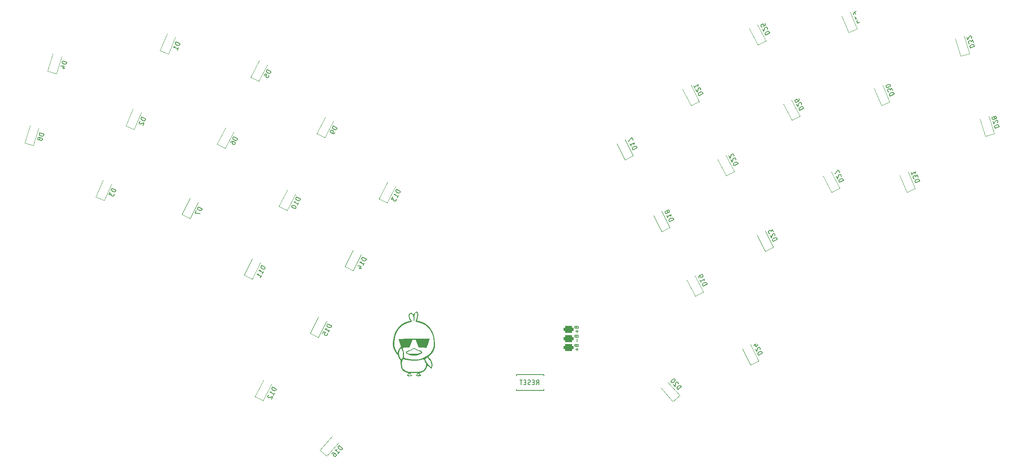
<source format=gbr>
%TF.GenerationSoftware,KiCad,Pcbnew,7.0.2*%
%TF.CreationDate,2023-05-29T21:35:39+02:00*%
%TF.ProjectId,Bolbol,426f6c62-6f6c-42e6-9b69-6361645f7063,rev?*%
%TF.SameCoordinates,Original*%
%TF.FileFunction,Legend,Bot*%
%TF.FilePolarity,Positive*%
%FSLAX46Y46*%
G04 Gerber Fmt 4.6, Leading zero omitted, Abs format (unit mm)*
G04 Created by KiCad (PCBNEW 7.0.2) date 2023-05-29 21:35:39*
%MOMM*%
%LPD*%
G01*
G04 APERTURE LIST*
G04 Aperture macros list*
%AMRoundRect*
0 Rectangle with rounded corners*
0 $1 Rounding radius*
0 $2 $3 $4 $5 $6 $7 $8 $9 X,Y pos of 4 corners*
0 Add a 4 corners polygon primitive as box body*
4,1,4,$2,$3,$4,$5,$6,$7,$8,$9,$2,$3,0*
0 Add four circle primitives for the rounded corners*
1,1,$1+$1,$2,$3*
1,1,$1+$1,$4,$5*
1,1,$1+$1,$6,$7*
1,1,$1+$1,$8,$9*
0 Add four rect primitives between the rounded corners*
20,1,$1+$1,$2,$3,$4,$5,0*
20,1,$1+$1,$4,$5,$6,$7,0*
20,1,$1+$1,$6,$7,$8,$9,0*
20,1,$1+$1,$8,$9,$2,$3,0*%
%AMRotRect*
0 Rectangle, with rotation*
0 The origin of the aperture is its center*
0 $1 length*
0 $2 width*
0 $3 Rotation angle, in degrees counterclockwise*
0 Add horizontal line*
21,1,$1,$2,0,0,$3*%
G04 Aperture macros list end*
%ADD10C,0.150000*%
%ADD11C,0.120000*%
%ADD12RoundRect,0.375000X0.750000X-0.375000X0.750000X0.375000X-0.750000X0.375000X-0.750000X-0.375000X0*%
%ADD13C,1.701800*%
%ADD14C,3.000000*%
%ADD15C,3.429000*%
%ADD16RotRect,2.600000X2.600000X333.000000*%
%ADD17C,4.500000*%
%ADD18RotRect,2.600000X2.600000X318.000000*%
%ADD19RotRect,2.600000X2.600000X23.000000*%
%ADD20RotRect,2.600000X2.600000X337.000000*%
%ADD21C,2.000000*%
%ADD22RotRect,2.600000X2.600000X17.000000*%
%ADD23RotRect,2.600000X2.600000X27.000000*%
%ADD24RotRect,2.600000X2.600000X42.000000*%
%ADD25RotRect,2.600000X2.600000X343.000000*%
%ADD26C,0.900000*%
%ADD27C,1.524000*%
%ADD28RoundRect,0.225000X0.257275X-0.353638X0.433104X0.060589X-0.257275X0.353638X-0.433104X-0.060589X0*%
%ADD29RoundRect,0.225000X0.231980X-0.370723X0.436275X0.030230X-0.231980X0.370723X-0.436275X-0.030230X0*%
%ADD30RoundRect,0.225000X0.292831X-0.324808X0.424398X0.105529X-0.292831X0.324808X-0.424398X-0.105529X0*%
%ADD31RoundRect,0.225000X0.436275X-0.030230X0.231980X0.370723X-0.436275X0.030230X-0.231980X-0.370723X0*%
%ADD32RoundRect,0.225000X0.424398X-0.105529X0.292831X0.324808X-0.424398X0.105529X-0.292831X-0.324808X0*%
%ADD33RoundRect,0.225000X0.433104X-0.060589X0.257275X0.353638X-0.433104X0.060589X-0.257275X-0.353638X0*%
%ADD34RoundRect,0.225000X0.429234X0.083716X0.128125X0.418132X-0.429234X-0.083716X-0.128125X-0.418132X0*%
%ADD35RoundRect,0.225000X0.128125X-0.418132X0.429234X-0.083716X-0.128125X0.418132X-0.429234X0.083716X0*%
G04 APERTURE END LIST*
D10*
%TO.C,SW33*%
X165405249Y-120937099D02*
X165738582Y-120460908D01*
X165976677Y-120937099D02*
X165976677Y-119937099D01*
X165976677Y-119937099D02*
X165595725Y-119937099D01*
X165595725Y-119937099D02*
X165500487Y-119984718D01*
X165500487Y-119984718D02*
X165452868Y-120032337D01*
X165452868Y-120032337D02*
X165405249Y-120127575D01*
X165405249Y-120127575D02*
X165405249Y-120270432D01*
X165405249Y-120270432D02*
X165452868Y-120365670D01*
X165452868Y-120365670D02*
X165500487Y-120413289D01*
X165500487Y-120413289D02*
X165595725Y-120460908D01*
X165595725Y-120460908D02*
X165976677Y-120460908D01*
X164976677Y-120413289D02*
X164643344Y-120413289D01*
X164500487Y-120937099D02*
X164976677Y-120937099D01*
X164976677Y-120937099D02*
X164976677Y-119937099D01*
X164976677Y-119937099D02*
X164500487Y-119937099D01*
X164119534Y-120889480D02*
X163976677Y-120937099D01*
X163976677Y-120937099D02*
X163738582Y-120937099D01*
X163738582Y-120937099D02*
X163643344Y-120889480D01*
X163643344Y-120889480D02*
X163595725Y-120841860D01*
X163595725Y-120841860D02*
X163548106Y-120746622D01*
X163548106Y-120746622D02*
X163548106Y-120651384D01*
X163548106Y-120651384D02*
X163595725Y-120556146D01*
X163595725Y-120556146D02*
X163643344Y-120508527D01*
X163643344Y-120508527D02*
X163738582Y-120460908D01*
X163738582Y-120460908D02*
X163929058Y-120413289D01*
X163929058Y-120413289D02*
X164024296Y-120365670D01*
X164024296Y-120365670D02*
X164071915Y-120318051D01*
X164071915Y-120318051D02*
X164119534Y-120222813D01*
X164119534Y-120222813D02*
X164119534Y-120127575D01*
X164119534Y-120127575D02*
X164071915Y-120032337D01*
X164071915Y-120032337D02*
X164024296Y-119984718D01*
X164024296Y-119984718D02*
X163929058Y-119937099D01*
X163929058Y-119937099D02*
X163690963Y-119937099D01*
X163690963Y-119937099D02*
X163548106Y-119984718D01*
X163119534Y-120413289D02*
X162786201Y-120413289D01*
X162643344Y-120937099D02*
X163119534Y-120937099D01*
X163119534Y-120937099D02*
X163119534Y-119937099D01*
X163119534Y-119937099D02*
X162643344Y-119937099D01*
X162357629Y-119937099D02*
X161786201Y-119937099D01*
X162071915Y-120937099D02*
X162071915Y-119937099D01*
%TO.C,U1*%
%TO.C,PAD1*%
X174212917Y-108384384D02*
X174251012Y-108498670D01*
X174251012Y-108498670D02*
X174289108Y-108536765D01*
X174289108Y-108536765D02*
X174365298Y-108574861D01*
X174365298Y-108574861D02*
X174479584Y-108574861D01*
X174479584Y-108574861D02*
X174555774Y-108536765D01*
X174555774Y-108536765D02*
X174593870Y-108498670D01*
X174593870Y-108498670D02*
X174631965Y-108422480D01*
X174631965Y-108422480D02*
X174631965Y-108117718D01*
X174631965Y-108117718D02*
X173831965Y-108117718D01*
X173831965Y-108117718D02*
X173831965Y-108384384D01*
X173831965Y-108384384D02*
X173870060Y-108460575D01*
X173870060Y-108460575D02*
X173908155Y-108498670D01*
X173908155Y-108498670D02*
X173984346Y-108536765D01*
X173984346Y-108536765D02*
X174060536Y-108536765D01*
X174060536Y-108536765D02*
X174136727Y-108498670D01*
X174136727Y-108498670D02*
X174174822Y-108460575D01*
X174174822Y-108460575D02*
X174212917Y-108384384D01*
X174212917Y-108384384D02*
X174212917Y-108117718D01*
X174327203Y-108917718D02*
X174327203Y-109527242D01*
X174631965Y-109222480D02*
X174022441Y-109222480D01*
X174212917Y-112384384D02*
X174251012Y-112498670D01*
X174251012Y-112498670D02*
X174289108Y-112536765D01*
X174289108Y-112536765D02*
X174365298Y-112574861D01*
X174365298Y-112574861D02*
X174479584Y-112574861D01*
X174479584Y-112574861D02*
X174555774Y-112536765D01*
X174555774Y-112536765D02*
X174593870Y-112498670D01*
X174593870Y-112498670D02*
X174631965Y-112422480D01*
X174631965Y-112422480D02*
X174631965Y-112117718D01*
X174631965Y-112117718D02*
X173831965Y-112117718D01*
X173831965Y-112117718D02*
X173831965Y-112384384D01*
X173831965Y-112384384D02*
X173870060Y-112460575D01*
X173870060Y-112460575D02*
X173908155Y-112498670D01*
X173908155Y-112498670D02*
X173984346Y-112536765D01*
X173984346Y-112536765D02*
X174060536Y-112536765D01*
X174060536Y-112536765D02*
X174136727Y-112498670D01*
X174136727Y-112498670D02*
X174174822Y-112460575D01*
X174174822Y-112460575D02*
X174212917Y-112384384D01*
X174212917Y-112384384D02*
X174212917Y-112117718D01*
X174327203Y-112917718D02*
X174327203Y-113527242D01*
X174631965Y-113222480D02*
X174022441Y-113222480D01*
X174212917Y-110384384D02*
X174251012Y-110498670D01*
X174251012Y-110498670D02*
X174289108Y-110536765D01*
X174289108Y-110536765D02*
X174365298Y-110574861D01*
X174365298Y-110574861D02*
X174479584Y-110574861D01*
X174479584Y-110574861D02*
X174555774Y-110536765D01*
X174555774Y-110536765D02*
X174593870Y-110498670D01*
X174593870Y-110498670D02*
X174631965Y-110422480D01*
X174631965Y-110422480D02*
X174631965Y-110117718D01*
X174631965Y-110117718D02*
X173831965Y-110117718D01*
X173831965Y-110117718D02*
X173831965Y-110384384D01*
X173831965Y-110384384D02*
X173870060Y-110460575D01*
X173870060Y-110460575D02*
X173908155Y-110498670D01*
X173908155Y-110498670D02*
X173984346Y-110536765D01*
X173984346Y-110536765D02*
X174060536Y-110536765D01*
X174060536Y-110536765D02*
X174136727Y-110498670D01*
X174136727Y-110498670D02*
X174174822Y-110460575D01*
X174174822Y-110460575D02*
X174212917Y-110384384D01*
X174212917Y-110384384D02*
X174212917Y-110117718D01*
X174327203Y-110917718D02*
X174327203Y-111527242D01*
%TO.C,D1*%
X87299765Y-46180742D02*
X86379260Y-45790011D01*
X86379260Y-45790011D02*
X86286229Y-46009179D01*
X86286229Y-46009179D02*
X86274244Y-46159286D01*
X86274244Y-46159286D02*
X86324699Y-46284166D01*
X86324699Y-46284166D02*
X86393759Y-46365212D01*
X86393759Y-46365212D02*
X86550487Y-46483470D01*
X86550487Y-46483470D02*
X86681988Y-46539289D01*
X86681988Y-46539289D02*
X86875929Y-46569880D01*
X86875929Y-46569880D02*
X86982202Y-46563259D01*
X86982202Y-46563259D02*
X87107082Y-46512805D01*
X87107082Y-46512805D02*
X87206734Y-46399910D01*
X87206734Y-46399910D02*
X87299765Y-46180742D01*
X86704365Y-47583416D02*
X86927640Y-47057414D01*
X86816003Y-47320415D02*
X85895498Y-46929684D01*
X85895498Y-46929684D02*
X86064211Y-46897836D01*
X86064211Y-46897836D02*
X86189091Y-46847381D01*
X86189091Y-46847381D02*
X86270137Y-46778320D01*
%TO.C,D6*%
X99923012Y-67033899D02*
X99032006Y-66579908D01*
X99032006Y-66579908D02*
X98923913Y-66792053D01*
X98923913Y-66792053D02*
X98901486Y-66940958D01*
X98901486Y-66940958D02*
X98943106Y-67069053D01*
X98943106Y-67069053D02*
X99006345Y-67154719D01*
X99006345Y-67154719D02*
X99154442Y-67283622D01*
X99154442Y-67283622D02*
X99281729Y-67348478D01*
X99281729Y-67348478D02*
X99473063Y-67392524D01*
X99473063Y-67392524D02*
X99579540Y-67393332D01*
X99579540Y-67393332D02*
X99707634Y-67351711D01*
X99707634Y-67351711D02*
X99814919Y-67246043D01*
X99814919Y-67246043D02*
X99923012Y-67033899D01*
X98383448Y-67852775D02*
X98469922Y-67683059D01*
X98469922Y-67683059D02*
X98555588Y-67619820D01*
X98555588Y-67619820D02*
X98619636Y-67599010D01*
X98619636Y-67599010D02*
X98790159Y-67579008D01*
X98790159Y-67579008D02*
X98981494Y-67623053D01*
X98981494Y-67623053D02*
X99320925Y-67796002D01*
X99320925Y-67796002D02*
X99384164Y-67881668D01*
X99384164Y-67881668D02*
X99404974Y-67945716D01*
X99404974Y-67945716D02*
X99404166Y-68052192D01*
X99404166Y-68052192D02*
X99317691Y-68221908D01*
X99317691Y-68221908D02*
X99232025Y-68285147D01*
X99232025Y-68285147D02*
X99167978Y-68305957D01*
X99167978Y-68305957D02*
X99061502Y-68305149D01*
X99061502Y-68305149D02*
X98849357Y-68197056D01*
X98849357Y-68197056D02*
X98786118Y-68111390D01*
X98786118Y-68111390D02*
X98765308Y-68047342D01*
X98765308Y-68047342D02*
X98766116Y-67940866D01*
X98766116Y-67940866D02*
X98852590Y-67771150D01*
X98852590Y-67771150D02*
X98938256Y-67707911D01*
X98938256Y-67707911D02*
X99002304Y-67687101D01*
X99002304Y-67687101D02*
X99108780Y-67687909D01*
%TO.C,D4*%
X62499529Y-50255498D02*
X61543225Y-49963126D01*
X61543225Y-49963126D02*
X61473612Y-50190818D01*
X61473612Y-50190818D02*
X61477383Y-50341355D01*
X61477383Y-50341355D02*
X61540615Y-50460277D01*
X61540615Y-50460277D02*
X61617769Y-50533660D01*
X61617769Y-50533660D02*
X61786000Y-50634888D01*
X61786000Y-50634888D02*
X61922615Y-50676655D01*
X61922615Y-50676655D02*
X62118691Y-50686807D01*
X62118691Y-50686807D02*
X62223690Y-50669114D01*
X62223690Y-50669114D02*
X62342611Y-50605882D01*
X62342611Y-50605882D02*
X62429917Y-50483189D01*
X62429917Y-50483189D02*
X62499529Y-50255498D01*
X61444319Y-51426733D02*
X62081855Y-51621647D01*
X61149625Y-51087662D02*
X61902312Y-51068807D01*
X61902312Y-51068807D02*
X61721320Y-51660805D01*
%TO.C,D22*%
X208738006Y-72951921D02*
X209629013Y-72497930D01*
X209629013Y-72497930D02*
X209520920Y-72285786D01*
X209520920Y-72285786D02*
X209413635Y-72180118D01*
X209413635Y-72180118D02*
X209285540Y-72138497D01*
X209285540Y-72138497D02*
X209179064Y-72139305D01*
X209179064Y-72139305D02*
X208987730Y-72183351D01*
X208987730Y-72183351D02*
X208860443Y-72248207D01*
X208860443Y-72248207D02*
X208712346Y-72377110D01*
X208712346Y-72377110D02*
X208649107Y-72462776D01*
X208649107Y-72462776D02*
X208607486Y-72590871D01*
X208607486Y-72590871D02*
X208629913Y-72739776D01*
X208629913Y-72739776D02*
X208738006Y-72951921D01*
X209111783Y-71692590D02*
X209132593Y-71628542D01*
X209132593Y-71628542D02*
X209131785Y-71522066D01*
X209131785Y-71522066D02*
X209023692Y-71309921D01*
X209023692Y-71309921D02*
X208938026Y-71246682D01*
X208938026Y-71246682D02*
X208873978Y-71225872D01*
X208873978Y-71225872D02*
X208767502Y-71226680D01*
X208767502Y-71226680D02*
X208682644Y-71269918D01*
X208682644Y-71269918D02*
X208576976Y-71377202D01*
X208576976Y-71377202D02*
X208327253Y-72145772D01*
X208327253Y-72145772D02*
X208046211Y-71594196D01*
X208679411Y-70844012D02*
X208700221Y-70779965D01*
X208700221Y-70779965D02*
X208699413Y-70673488D01*
X208699413Y-70673488D02*
X208591320Y-70461344D01*
X208591320Y-70461344D02*
X208505654Y-70398105D01*
X208505654Y-70398105D02*
X208441606Y-70377294D01*
X208441606Y-70377294D02*
X208335130Y-70378103D01*
X208335130Y-70378103D02*
X208250272Y-70421340D01*
X208250272Y-70421340D02*
X208144604Y-70528625D01*
X208144604Y-70528625D02*
X207894881Y-71297194D01*
X207894881Y-71297194D02*
X207613839Y-70745619D01*
%TO.C,D25*%
X215672207Y-44300723D02*
X216563214Y-43846732D01*
X216563214Y-43846732D02*
X216455121Y-43634588D01*
X216455121Y-43634588D02*
X216347836Y-43528920D01*
X216347836Y-43528920D02*
X216219741Y-43487299D01*
X216219741Y-43487299D02*
X216113265Y-43488107D01*
X216113265Y-43488107D02*
X215921931Y-43532153D01*
X215921931Y-43532153D02*
X215794644Y-43597009D01*
X215794644Y-43597009D02*
X215646547Y-43725912D01*
X215646547Y-43725912D02*
X215583308Y-43811578D01*
X215583308Y-43811578D02*
X215541687Y-43939673D01*
X215541687Y-43939673D02*
X215564114Y-44088578D01*
X215564114Y-44088578D02*
X215672207Y-44300723D01*
X216045984Y-43041392D02*
X216066794Y-42977344D01*
X216066794Y-42977344D02*
X216065986Y-42870868D01*
X216065986Y-42870868D02*
X215957893Y-42658723D01*
X215957893Y-42658723D02*
X215872227Y-42595484D01*
X215872227Y-42595484D02*
X215808179Y-42574674D01*
X215808179Y-42574674D02*
X215701703Y-42575482D01*
X215701703Y-42575482D02*
X215616845Y-42618720D01*
X215616845Y-42618720D02*
X215511177Y-42726004D01*
X215511177Y-42726004D02*
X215261454Y-43494574D01*
X215261454Y-43494574D02*
X214980412Y-42942998D01*
X215460665Y-41682859D02*
X215676851Y-42107148D01*
X215676851Y-42107148D02*
X215274181Y-42365763D01*
X215274181Y-42365763D02*
X215294991Y-42301715D01*
X215294991Y-42301715D02*
X215294183Y-42195239D01*
X215294183Y-42195239D02*
X215186090Y-41983095D01*
X215186090Y-41983095D02*
X215100424Y-41919855D01*
X215100424Y-41919855D02*
X215036376Y-41899045D01*
X215036376Y-41899045D02*
X214929900Y-41899853D01*
X214929900Y-41899853D02*
X214717756Y-42007946D01*
X214717756Y-42007946D02*
X214654516Y-42093612D01*
X214654516Y-42093612D02*
X214633706Y-42157660D01*
X214633706Y-42157660D02*
X214634515Y-42264136D01*
X214634515Y-42264136D02*
X214742607Y-42476281D01*
X214742607Y-42476281D02*
X214828274Y-42539520D01*
X214828274Y-42539520D02*
X214892321Y-42560330D01*
%TO.C,D32*%
X260508944Y-47092281D02*
X261465248Y-46799910D01*
X261465248Y-46799910D02*
X261395636Y-46572218D01*
X261395636Y-46572218D02*
X261308330Y-46449526D01*
X261308330Y-46449526D02*
X261189409Y-46386294D01*
X261189409Y-46386294D02*
X261084410Y-46368601D01*
X261084410Y-46368601D02*
X260888334Y-46378752D01*
X260888334Y-46378752D02*
X260751719Y-46420519D01*
X260751719Y-46420519D02*
X260583488Y-46521748D01*
X260583488Y-46521748D02*
X260506334Y-46595131D01*
X260506334Y-46595131D02*
X260443102Y-46714052D01*
X260443102Y-46714052D02*
X260439331Y-46864590D01*
X260439331Y-46864590D02*
X260508944Y-47092281D01*
X261200721Y-45934682D02*
X261019729Y-45342683D01*
X261019729Y-45342683D02*
X260752880Y-45772831D01*
X260752880Y-45772831D02*
X260711113Y-45636216D01*
X260711113Y-45636216D02*
X260637729Y-45559062D01*
X260637729Y-45559062D02*
X260578269Y-45527446D01*
X260578269Y-45527446D02*
X260473270Y-45509753D01*
X260473270Y-45509753D02*
X260245578Y-45579365D01*
X260245578Y-45579365D02*
X260168424Y-45652749D01*
X260168424Y-45652749D02*
X260136808Y-45712209D01*
X260136808Y-45712209D02*
X260119115Y-45817208D01*
X260119115Y-45817208D02*
X260202649Y-46090438D01*
X260202649Y-46090438D02*
X260276033Y-46167593D01*
X260276033Y-46167593D02*
X260335493Y-46199208D01*
X260817273Y-45006222D02*
X260848889Y-44946761D01*
X260848889Y-44946761D02*
X260866582Y-44841762D01*
X260866582Y-44841762D02*
X260796970Y-44614070D01*
X260796970Y-44614070D02*
X260723587Y-44536916D01*
X260723587Y-44536916D02*
X260664126Y-44505300D01*
X260664126Y-44505300D02*
X260559127Y-44487607D01*
X260559127Y-44487607D02*
X260468050Y-44515452D01*
X260468050Y-44515452D02*
X260345358Y-44602757D01*
X260345358Y-44602757D02*
X259965967Y-45316287D01*
X259965967Y-45316287D02*
X259784975Y-44724289D01*
%TO.C,D2*%
X79806765Y-62690741D02*
X78886260Y-62300010D01*
X78886260Y-62300010D02*
X78793229Y-62519178D01*
X78793229Y-62519178D02*
X78781244Y-62669285D01*
X78781244Y-62669285D02*
X78831699Y-62794165D01*
X78831699Y-62794165D02*
X78900759Y-62875211D01*
X78900759Y-62875211D02*
X79057487Y-62993469D01*
X79057487Y-62993469D02*
X79188988Y-63049288D01*
X79188988Y-63049288D02*
X79382929Y-63079879D01*
X79382929Y-63079879D02*
X79489202Y-63073258D01*
X79489202Y-63073258D02*
X79614082Y-63022804D01*
X79614082Y-63022804D02*
X79713734Y-62909909D01*
X79713734Y-62909909D02*
X79806765Y-62690741D01*
X78601803Y-63213894D02*
X78539363Y-63239121D01*
X78539363Y-63239121D02*
X78458317Y-63308182D01*
X78458317Y-63308182D02*
X78365285Y-63527350D01*
X78365285Y-63527350D02*
X78371907Y-63633623D01*
X78371907Y-63633623D02*
X78397134Y-63696063D01*
X78397134Y-63696063D02*
X78466195Y-63777109D01*
X78466195Y-63777109D02*
X78553862Y-63814322D01*
X78553862Y-63814322D02*
X78703969Y-63826307D01*
X78703969Y-63826307D02*
X79453247Y-63523579D01*
X79453247Y-63523579D02*
X79211365Y-64093415D01*
%TO.C,D24*%
X214109889Y-114477882D02*
X215000896Y-114023891D01*
X215000896Y-114023891D02*
X214892803Y-113811747D01*
X214892803Y-113811747D02*
X214785518Y-113706079D01*
X214785518Y-113706079D02*
X214657423Y-113664458D01*
X214657423Y-113664458D02*
X214550947Y-113665266D01*
X214550947Y-113665266D02*
X214359613Y-113709312D01*
X214359613Y-113709312D02*
X214232326Y-113774168D01*
X214232326Y-113774168D02*
X214084229Y-113903071D01*
X214084229Y-113903071D02*
X214020990Y-113988737D01*
X214020990Y-113988737D02*
X213979369Y-114116832D01*
X213979369Y-114116832D02*
X214001796Y-114265737D01*
X214001796Y-114265737D02*
X214109889Y-114477882D01*
X214483666Y-113218551D02*
X214504476Y-113154503D01*
X214504476Y-113154503D02*
X214503668Y-113048027D01*
X214503668Y-113048027D02*
X214395575Y-112835882D01*
X214395575Y-112835882D02*
X214309909Y-112772643D01*
X214309909Y-112772643D02*
X214245861Y-112751833D01*
X214245861Y-112751833D02*
X214139385Y-112752641D01*
X214139385Y-112752641D02*
X214054527Y-112795879D01*
X214054527Y-112795879D02*
X213948859Y-112903163D01*
X213948859Y-112903163D02*
X213699136Y-113671733D01*
X213699136Y-113671733D02*
X213418094Y-113120157D01*
X213622964Y-112053777D02*
X213028959Y-112356438D01*
X214070488Y-112092973D02*
X213542147Y-112629396D01*
X213542147Y-112629396D02*
X213261106Y-112077821D01*
%TO.C,D29*%
X235782942Y-41690595D02*
X236703447Y-41299864D01*
X236703447Y-41299864D02*
X236610415Y-41080696D01*
X236610415Y-41080696D02*
X236510763Y-40967802D01*
X236510763Y-40967802D02*
X236385883Y-40917347D01*
X236385883Y-40917347D02*
X236279610Y-40910726D01*
X236279610Y-40910726D02*
X236085670Y-40941317D01*
X236085670Y-40941317D02*
X235954169Y-40997136D01*
X235954169Y-40997136D02*
X235797441Y-41115395D01*
X235797441Y-41115395D02*
X235728380Y-41196441D01*
X235728380Y-41196441D02*
X235677925Y-41321320D01*
X235677925Y-41321320D02*
X235689910Y-41471427D01*
X235689910Y-41471427D02*
X235782942Y-41690595D01*
X236243655Y-40460405D02*
X236268882Y-40397965D01*
X236268882Y-40397965D02*
X236275503Y-40291692D01*
X236275503Y-40291692D02*
X236182472Y-40072524D01*
X236182472Y-40072524D02*
X236101426Y-40003463D01*
X236101426Y-40003463D02*
X236038986Y-39978236D01*
X236038986Y-39978236D02*
X235932712Y-39971615D01*
X235932712Y-39971615D02*
X235845045Y-40008827D01*
X235845045Y-40008827D02*
X235732151Y-40108480D01*
X235732151Y-40108480D02*
X235429423Y-40857757D01*
X235429423Y-40857757D02*
X235187542Y-40287921D01*
X235001479Y-39849585D02*
X234927054Y-39674251D01*
X234927054Y-39674251D02*
X234933675Y-39567978D01*
X234933675Y-39567978D02*
X234958903Y-39505538D01*
X234958903Y-39505538D02*
X235053191Y-39362052D01*
X235053191Y-39362052D02*
X235209919Y-39243794D01*
X235209919Y-39243794D02*
X235560588Y-39094944D01*
X235560588Y-39094944D02*
X235666861Y-39101565D01*
X235666861Y-39101565D02*
X235729301Y-39126792D01*
X235729301Y-39126792D02*
X235810347Y-39195853D01*
X235810347Y-39195853D02*
X235884772Y-39371187D01*
X235884772Y-39371187D02*
X235878151Y-39477460D01*
X235878151Y-39477460D02*
X235852923Y-39539900D01*
X235852923Y-39539900D02*
X235783862Y-39620946D01*
X235783862Y-39620946D02*
X235564695Y-39713978D01*
X235564695Y-39713978D02*
X235458421Y-39707356D01*
X235458421Y-39707356D02*
X235395981Y-39682129D01*
X235395981Y-39682129D02*
X235314935Y-39613068D01*
X235314935Y-39613068D02*
X235240510Y-39437734D01*
X235240510Y-39437734D02*
X235247132Y-39331461D01*
X235247132Y-39331461D02*
X235272359Y-39269021D01*
X235272359Y-39269021D02*
X235341420Y-39187975D01*
%TO.C,D15*%
X120535399Y-108087809D02*
X119644393Y-107633818D01*
X119644393Y-107633818D02*
X119536300Y-107845963D01*
X119536300Y-107845963D02*
X119513873Y-107994868D01*
X119513873Y-107994868D02*
X119555493Y-108122963D01*
X119555493Y-108122963D02*
X119618733Y-108208629D01*
X119618733Y-108208629D02*
X119766830Y-108337532D01*
X119766830Y-108337532D02*
X119894116Y-108402388D01*
X119894116Y-108402388D02*
X120085450Y-108446433D01*
X120085450Y-108446433D02*
X120191927Y-108447242D01*
X120191927Y-108447242D02*
X120320022Y-108405621D01*
X120320022Y-108405621D02*
X120427306Y-108299953D01*
X120427306Y-108299953D02*
X120535399Y-108087809D01*
X119843604Y-109445533D02*
X120103027Y-108936386D01*
X119973316Y-109190960D02*
X119082309Y-108736969D01*
X119082309Y-108736969D02*
X119252833Y-108716967D01*
X119252833Y-108716967D02*
X119380928Y-108675346D01*
X119380928Y-108675346D02*
X119466594Y-108612107D01*
X118541844Y-109797691D02*
X118758030Y-109373402D01*
X118758030Y-109373402D02*
X119203938Y-109547159D01*
X119203938Y-109547159D02*
X119139890Y-109567970D01*
X119139890Y-109567970D02*
X119054224Y-109631209D01*
X119054224Y-109631209D02*
X118946131Y-109843353D01*
X118946131Y-109843353D02*
X118945323Y-109949830D01*
X118945323Y-109949830D02*
X118966133Y-110013877D01*
X118966133Y-110013877D02*
X119029372Y-110099543D01*
X119029372Y-110099543D02*
X119241517Y-110207636D01*
X119241517Y-110207636D02*
X119347993Y-110208444D01*
X119347993Y-110208444D02*
X119412041Y-110187634D01*
X119412041Y-110187634D02*
X119497707Y-110124395D01*
X119497707Y-110124395D02*
X119605800Y-109912251D01*
X119605800Y-109912251D02*
X119606608Y-109805774D01*
X119606608Y-109805774D02*
X119585798Y-109741727D01*
%TO.C,D14*%
X128155400Y-93457410D02*
X127264394Y-93003419D01*
X127264394Y-93003419D02*
X127156301Y-93215564D01*
X127156301Y-93215564D02*
X127133874Y-93364469D01*
X127133874Y-93364469D02*
X127175494Y-93492564D01*
X127175494Y-93492564D02*
X127238734Y-93578230D01*
X127238734Y-93578230D02*
X127386831Y-93707133D01*
X127386831Y-93707133D02*
X127514117Y-93771989D01*
X127514117Y-93771989D02*
X127705451Y-93816034D01*
X127705451Y-93816034D02*
X127811928Y-93816843D01*
X127811928Y-93816843D02*
X127940023Y-93775222D01*
X127940023Y-93775222D02*
X128047307Y-93669554D01*
X128047307Y-93669554D02*
X128155400Y-93457410D01*
X127463605Y-94815134D02*
X127723028Y-94305987D01*
X127593317Y-94560561D02*
X126702310Y-94106570D01*
X126702310Y-94106570D02*
X126872834Y-94086568D01*
X126872834Y-94086568D02*
X127000929Y-94044947D01*
X127000929Y-94044947D02*
X127086595Y-93981708D01*
X126480466Y-95276193D02*
X127074471Y-95578854D01*
X126249128Y-94891100D02*
X126993654Y-95003235D01*
X126993654Y-95003235D02*
X126712613Y-95554810D01*
%TO.C,D19*%
X201981606Y-99367920D02*
X202872613Y-98913929D01*
X202872613Y-98913929D02*
X202764520Y-98701785D01*
X202764520Y-98701785D02*
X202657235Y-98596117D01*
X202657235Y-98596117D02*
X202529140Y-98554496D01*
X202529140Y-98554496D02*
X202422664Y-98555304D01*
X202422664Y-98555304D02*
X202231330Y-98599350D01*
X202231330Y-98599350D02*
X202104043Y-98664206D01*
X202104043Y-98664206D02*
X201955946Y-98793109D01*
X201955946Y-98793109D02*
X201892707Y-98878775D01*
X201892707Y-98878775D02*
X201851086Y-99006870D01*
X201851086Y-99006870D02*
X201873513Y-99155775D01*
X201873513Y-99155775D02*
X201981606Y-99367920D01*
X201289811Y-98010195D02*
X201549234Y-98519342D01*
X201419523Y-98264769D02*
X202310529Y-97810778D01*
X202310529Y-97810778D02*
X202226480Y-97960492D01*
X202226480Y-97960492D02*
X202184859Y-98088587D01*
X202184859Y-98088587D02*
X202185667Y-98195063D01*
X201073625Y-97585907D02*
X200987151Y-97416191D01*
X200987151Y-97416191D02*
X200986342Y-97309715D01*
X200986342Y-97309715D02*
X201007153Y-97245667D01*
X201007153Y-97245667D02*
X201091202Y-97095954D01*
X201091202Y-97095954D02*
X201239299Y-96967050D01*
X201239299Y-96967050D02*
X201578730Y-96794102D01*
X201578730Y-96794102D02*
X201685206Y-96793293D01*
X201685206Y-96793293D02*
X201749254Y-96814104D01*
X201749254Y-96814104D02*
X201834920Y-96877343D01*
X201834920Y-96877343D02*
X201921394Y-97047058D01*
X201921394Y-97047058D02*
X201922203Y-97153535D01*
X201922203Y-97153535D02*
X201901392Y-97217582D01*
X201901392Y-97217582D02*
X201838153Y-97303248D01*
X201838153Y-97303248D02*
X201626009Y-97411341D01*
X201626009Y-97411341D02*
X201519533Y-97412150D01*
X201519533Y-97412150D02*
X201455485Y-97391339D01*
X201455485Y-97391339D02*
X201369819Y-97328100D01*
X201369819Y-97328100D02*
X201283345Y-97158385D01*
X201283345Y-97158385D02*
X201282536Y-97051908D01*
X201282536Y-97051908D02*
X201303347Y-96987861D01*
X201303347Y-96987861D02*
X201366586Y-96902195D01*
%TO.C,D27*%
X231852006Y-76584121D02*
X232743013Y-76130130D01*
X232743013Y-76130130D02*
X232634920Y-75917986D01*
X232634920Y-75917986D02*
X232527635Y-75812318D01*
X232527635Y-75812318D02*
X232399540Y-75770697D01*
X232399540Y-75770697D02*
X232293064Y-75771505D01*
X232293064Y-75771505D02*
X232101730Y-75815551D01*
X232101730Y-75815551D02*
X231974443Y-75880407D01*
X231974443Y-75880407D02*
X231826346Y-76009310D01*
X231826346Y-76009310D02*
X231763107Y-76094976D01*
X231763107Y-76094976D02*
X231721486Y-76223071D01*
X231721486Y-76223071D02*
X231743913Y-76371976D01*
X231743913Y-76371976D02*
X231852006Y-76584121D01*
X232225783Y-75324790D02*
X232246593Y-75260742D01*
X232246593Y-75260742D02*
X232245785Y-75154266D01*
X232245785Y-75154266D02*
X232137692Y-74942121D01*
X232137692Y-74942121D02*
X232052026Y-74878882D01*
X232052026Y-74878882D02*
X231987978Y-74858072D01*
X231987978Y-74858072D02*
X231881502Y-74858880D01*
X231881502Y-74858880D02*
X231796644Y-74902118D01*
X231796644Y-74902118D02*
X231690976Y-75009402D01*
X231690976Y-75009402D02*
X231441253Y-75777972D01*
X231441253Y-75777972D02*
X231160211Y-75226396D01*
X231899887Y-74475404D02*
X231597227Y-73881399D01*
X231597227Y-73881399D02*
X230900788Y-74717250D01*
%TO.C,D13*%
X135648399Y-78573012D02*
X134757393Y-78119021D01*
X134757393Y-78119021D02*
X134649300Y-78331166D01*
X134649300Y-78331166D02*
X134626873Y-78480071D01*
X134626873Y-78480071D02*
X134668493Y-78608166D01*
X134668493Y-78608166D02*
X134731733Y-78693832D01*
X134731733Y-78693832D02*
X134879830Y-78822735D01*
X134879830Y-78822735D02*
X135007116Y-78887591D01*
X135007116Y-78887591D02*
X135198450Y-78931636D01*
X135198450Y-78931636D02*
X135304927Y-78932445D01*
X135304927Y-78932445D02*
X135433022Y-78890824D01*
X135433022Y-78890824D02*
X135540306Y-78785156D01*
X135540306Y-78785156D02*
X135648399Y-78573012D01*
X134956604Y-79930736D02*
X135216027Y-79421589D01*
X135086316Y-79676163D02*
X134195309Y-79222172D01*
X134195309Y-79222172D02*
X134365833Y-79202170D01*
X134365833Y-79202170D02*
X134493928Y-79160549D01*
X134493928Y-79160549D02*
X134579594Y-79097310D01*
X133914268Y-79773748D02*
X133633226Y-80325323D01*
X133633226Y-80325323D02*
X134123987Y-80201270D01*
X134123987Y-80201270D02*
X134059131Y-80328556D01*
X134059131Y-80328556D02*
X134058323Y-80435033D01*
X134058323Y-80435033D02*
X134079133Y-80499080D01*
X134079133Y-80499080D02*
X134142372Y-80584746D01*
X134142372Y-80584746D02*
X134354517Y-80692839D01*
X134354517Y-80692839D02*
X134460993Y-80693647D01*
X134460993Y-80693647D02*
X134525041Y-80672837D01*
X134525041Y-80672837D02*
X134610707Y-80609598D01*
X134610707Y-80609598D02*
X134740418Y-80355025D01*
X134740418Y-80355025D02*
X134741227Y-80248548D01*
X134741227Y-80248548D02*
X134720416Y-80184501D01*
%TO.C,D23*%
X217323206Y-89538120D02*
X218214213Y-89084129D01*
X218214213Y-89084129D02*
X218106120Y-88871985D01*
X218106120Y-88871985D02*
X217998835Y-88766317D01*
X217998835Y-88766317D02*
X217870740Y-88724696D01*
X217870740Y-88724696D02*
X217764264Y-88725504D01*
X217764264Y-88725504D02*
X217572930Y-88769550D01*
X217572930Y-88769550D02*
X217445643Y-88834406D01*
X217445643Y-88834406D02*
X217297546Y-88963309D01*
X217297546Y-88963309D02*
X217234307Y-89048975D01*
X217234307Y-89048975D02*
X217192686Y-89177070D01*
X217192686Y-89177070D02*
X217215113Y-89325975D01*
X217215113Y-89325975D02*
X217323206Y-89538120D01*
X217696983Y-88278789D02*
X217717793Y-88214741D01*
X217717793Y-88214741D02*
X217716985Y-88108265D01*
X217716985Y-88108265D02*
X217608892Y-87896120D01*
X217608892Y-87896120D02*
X217523226Y-87832881D01*
X217523226Y-87832881D02*
X217459178Y-87812071D01*
X217459178Y-87812071D02*
X217352702Y-87812879D01*
X217352702Y-87812879D02*
X217267844Y-87856117D01*
X217267844Y-87856117D02*
X217162176Y-87963401D01*
X217162176Y-87963401D02*
X216912453Y-88731971D01*
X216912453Y-88731971D02*
X216631411Y-88180395D01*
X217371087Y-87429403D02*
X217090046Y-86877827D01*
X217090046Y-86877827D02*
X216901945Y-87347778D01*
X216901945Y-87347778D02*
X216837089Y-87220492D01*
X216837089Y-87220492D02*
X216751423Y-87157252D01*
X216751423Y-87157252D02*
X216687375Y-87136442D01*
X216687375Y-87136442D02*
X216580899Y-87137250D01*
X216580899Y-87137250D02*
X216368755Y-87245343D01*
X216368755Y-87245343D02*
X216305515Y-87331009D01*
X216305515Y-87331009D02*
X216284705Y-87395057D01*
X216284705Y-87395057D02*
X216285514Y-87501533D01*
X216285514Y-87501533D02*
X216415225Y-87756107D01*
X216415225Y-87756107D02*
X216500891Y-87819346D01*
X216500891Y-87819346D02*
X216564939Y-87840156D01*
%TO.C,D30*%
X242920343Y-57667193D02*
X243840848Y-57276462D01*
X243840848Y-57276462D02*
X243747816Y-57057294D01*
X243747816Y-57057294D02*
X243648164Y-56944400D01*
X243648164Y-56944400D02*
X243523284Y-56893945D01*
X243523284Y-56893945D02*
X243417011Y-56887324D01*
X243417011Y-56887324D02*
X243223071Y-56917915D01*
X243223071Y-56917915D02*
X243091570Y-56973734D01*
X243091570Y-56973734D02*
X242934842Y-57091993D01*
X242934842Y-57091993D02*
X242865781Y-57173039D01*
X242865781Y-57173039D02*
X242815326Y-57297918D01*
X242815326Y-57297918D02*
X242827311Y-57448025D01*
X242827311Y-57448025D02*
X242920343Y-57667193D01*
X243487329Y-56443624D02*
X243245448Y-55873788D01*
X243245448Y-55873788D02*
X243025023Y-56329473D01*
X243025023Y-56329473D02*
X242969204Y-56197972D01*
X242969204Y-56197972D02*
X242888158Y-56128911D01*
X242888158Y-56128911D02*
X242825718Y-56103684D01*
X242825718Y-56103684D02*
X242719445Y-56097063D01*
X242719445Y-56097063D02*
X242500277Y-56190094D01*
X242500277Y-56190094D02*
X242431216Y-56271140D01*
X242431216Y-56271140D02*
X242405989Y-56333580D01*
X242405989Y-56333580D02*
X242399368Y-56439853D01*
X242399368Y-56439853D02*
X242511005Y-56702855D01*
X242511005Y-56702855D02*
X242592051Y-56771916D01*
X242592051Y-56771916D02*
X242654491Y-56797143D01*
X243003567Y-55303952D02*
X242966354Y-55216284D01*
X242966354Y-55216284D02*
X242885308Y-55147224D01*
X242885308Y-55147224D02*
X242822868Y-55121996D01*
X242822868Y-55121996D02*
X242716595Y-55115375D01*
X242716595Y-55115375D02*
X242522654Y-55145967D01*
X242522654Y-55145967D02*
X242303486Y-55238998D01*
X242303486Y-55238998D02*
X242146758Y-55357256D01*
X242146758Y-55357256D02*
X242077698Y-55438302D01*
X242077698Y-55438302D02*
X242052470Y-55500742D01*
X242052470Y-55500742D02*
X242045849Y-55607016D01*
X242045849Y-55607016D02*
X242083062Y-55694683D01*
X242083062Y-55694683D02*
X242164108Y-55763744D01*
X242164108Y-55763744D02*
X242226548Y-55788971D01*
X242226548Y-55788971D02*
X242332821Y-55795592D01*
X242332821Y-55795592D02*
X242526761Y-55765001D01*
X242526761Y-55765001D02*
X242745929Y-55671969D01*
X242745929Y-55671969D02*
X242902657Y-55553711D01*
X242902657Y-55553711D02*
X242971718Y-55472665D01*
X242971718Y-55472665D02*
X242996945Y-55410225D01*
X242996945Y-55410225D02*
X243003567Y-55303952D01*
%TO.C,D7*%
X92188929Y-82423261D02*
X91297923Y-81969270D01*
X91297923Y-81969270D02*
X91189830Y-82181415D01*
X91189830Y-82181415D02*
X91167403Y-82330320D01*
X91167403Y-82330320D02*
X91209023Y-82458415D01*
X91209023Y-82458415D02*
X91272262Y-82544081D01*
X91272262Y-82544081D02*
X91420359Y-82672984D01*
X91420359Y-82672984D02*
X91547646Y-82737840D01*
X91547646Y-82737840D02*
X91738980Y-82781886D01*
X91738980Y-82781886D02*
X91845457Y-82782694D01*
X91845457Y-82782694D02*
X91973551Y-82741073D01*
X91973551Y-82741073D02*
X92080836Y-82635405D01*
X92080836Y-82635405D02*
X92188929Y-82423261D01*
X90887169Y-82775419D02*
X90584509Y-83369424D01*
X90584509Y-83369424D02*
X91670083Y-83441554D01*
%TO.C,D28*%
X265944544Y-64694482D02*
X266900848Y-64402111D01*
X266900848Y-64402111D02*
X266831236Y-64174419D01*
X266831236Y-64174419D02*
X266743930Y-64051727D01*
X266743930Y-64051727D02*
X266625009Y-63988495D01*
X266625009Y-63988495D02*
X266520010Y-63970802D01*
X266520010Y-63970802D02*
X266323934Y-63980953D01*
X266323934Y-63980953D02*
X266187319Y-64022720D01*
X266187319Y-64022720D02*
X266019088Y-64123949D01*
X266019088Y-64123949D02*
X265941934Y-64197332D01*
X265941934Y-64197332D02*
X265878702Y-64316253D01*
X265878702Y-64316253D02*
X265874931Y-64466791D01*
X265874931Y-64466791D02*
X265944544Y-64694482D01*
X266531322Y-63519189D02*
X266562938Y-63459728D01*
X266562938Y-63459728D02*
X266580632Y-63354729D01*
X266580632Y-63354729D02*
X266511019Y-63127038D01*
X266511019Y-63127038D02*
X266437636Y-63049884D01*
X266437636Y-63049884D02*
X266378175Y-63018268D01*
X266378175Y-63018268D02*
X266273176Y-63000574D01*
X266273176Y-63000574D02*
X266182100Y-63028419D01*
X266182100Y-63028419D02*
X266059407Y-63115725D01*
X266059407Y-63115725D02*
X265680017Y-63829254D01*
X265680017Y-63829254D02*
X265499025Y-63237256D01*
X265878415Y-62523727D02*
X265951798Y-62600881D01*
X265951798Y-62600881D02*
X266011259Y-62632497D01*
X266011259Y-62632497D02*
X266116258Y-62650190D01*
X266116258Y-62650190D02*
X266161796Y-62636268D01*
X266161796Y-62636268D02*
X266238951Y-62562884D01*
X266238951Y-62562884D02*
X266270567Y-62503424D01*
X266270567Y-62503424D02*
X266288260Y-62398425D01*
X266288260Y-62398425D02*
X266232570Y-62216271D01*
X266232570Y-62216271D02*
X266159187Y-62139117D01*
X266159187Y-62139117D02*
X266099726Y-62107501D01*
X266099726Y-62107501D02*
X265994727Y-62089808D01*
X265994727Y-62089808D02*
X265949189Y-62103730D01*
X265949189Y-62103730D02*
X265872034Y-62177114D01*
X265872034Y-62177114D02*
X265840419Y-62236574D01*
X265840419Y-62236574D02*
X265822725Y-62341573D01*
X265822725Y-62341573D02*
X265878415Y-62523727D01*
X265878415Y-62523727D02*
X265860722Y-62628726D01*
X265860722Y-62628726D02*
X265829106Y-62688187D01*
X265829106Y-62688187D02*
X265751952Y-62761570D01*
X265751952Y-62761570D02*
X265569798Y-62817260D01*
X265569798Y-62817260D02*
X265464799Y-62799566D01*
X265464799Y-62799566D02*
X265405338Y-62767950D01*
X265405338Y-62767950D02*
X265331955Y-62690796D01*
X265331955Y-62690796D02*
X265276265Y-62508643D01*
X265276265Y-62508643D02*
X265293959Y-62403644D01*
X265293959Y-62403644D02*
X265325575Y-62344183D01*
X265325575Y-62344183D02*
X265402729Y-62270800D01*
X265402729Y-62270800D02*
X265584882Y-62215110D01*
X265584882Y-62215110D02*
X265689881Y-62232803D01*
X265689881Y-62232803D02*
X265749342Y-62264419D01*
X265749342Y-62264419D02*
X265822725Y-62341573D01*
%TO.C,D20*%
X196478329Y-122073221D02*
X197221474Y-121404091D01*
X197221474Y-121404091D02*
X197062157Y-121227151D01*
X197062157Y-121227151D02*
X196931179Y-121152851D01*
X196931179Y-121152851D02*
X196796677Y-121145802D01*
X196796677Y-121145802D02*
X196694038Y-121174141D01*
X196694038Y-121174141D02*
X196520623Y-121266207D01*
X196520623Y-121266207D02*
X196414460Y-121361797D01*
X196414460Y-121361797D02*
X196304772Y-121524638D01*
X196304772Y-121524638D02*
X196265859Y-121623753D01*
X196265859Y-121623753D02*
X196258810Y-121758255D01*
X196258810Y-121758255D02*
X196319013Y-121896282D01*
X196319013Y-121896282D02*
X196478329Y-122073221D01*
X196513431Y-120760060D02*
X196516956Y-120692809D01*
X196516956Y-120692809D02*
X196488617Y-120590170D01*
X196488617Y-120590170D02*
X196329300Y-120413231D01*
X196329300Y-120413231D02*
X196230185Y-120374319D01*
X196230185Y-120374319D02*
X196162934Y-120370794D01*
X196162934Y-120370794D02*
X196060295Y-120399133D01*
X196060295Y-120399133D02*
X195989519Y-120462860D01*
X195989519Y-120462860D02*
X195915219Y-120593838D01*
X195915219Y-120593838D02*
X195872925Y-121400852D01*
X195872925Y-121400852D02*
X195458702Y-120940810D01*
X195787623Y-119811637D02*
X195723896Y-119740862D01*
X195723896Y-119740862D02*
X195624782Y-119701949D01*
X195624782Y-119701949D02*
X195557530Y-119698425D01*
X195557530Y-119698425D02*
X195454891Y-119726764D01*
X195454891Y-119726764D02*
X195281476Y-119818829D01*
X195281476Y-119818829D02*
X195104537Y-119978146D01*
X195104537Y-119978146D02*
X194994849Y-120140987D01*
X194994849Y-120140987D02*
X194955937Y-120240102D01*
X194955937Y-120240102D02*
X194952412Y-120307353D01*
X194952412Y-120307353D02*
X194980751Y-120409992D01*
X194980751Y-120409992D02*
X195044478Y-120480768D01*
X195044478Y-120480768D02*
X195143593Y-120519680D01*
X195143593Y-120519680D02*
X195210844Y-120523205D01*
X195210844Y-120523205D02*
X195313483Y-120494866D01*
X195313483Y-120494866D02*
X195486898Y-120402800D01*
X195486898Y-120402800D02*
X195663837Y-120243484D01*
X195663837Y-120243484D02*
X195773525Y-120080642D01*
X195773525Y-120080642D02*
X195812437Y-119981528D01*
X195812437Y-119981528D02*
X195815962Y-119914276D01*
X195815962Y-119914276D02*
X195787623Y-119811637D01*
%TO.C,D9*%
X121767014Y-64697100D02*
X120876008Y-64243109D01*
X120876008Y-64243109D02*
X120767915Y-64455254D01*
X120767915Y-64455254D02*
X120745488Y-64604159D01*
X120745488Y-64604159D02*
X120787108Y-64732254D01*
X120787108Y-64732254D02*
X120850347Y-64817920D01*
X120850347Y-64817920D02*
X120998444Y-64946823D01*
X120998444Y-64946823D02*
X121125731Y-65011679D01*
X121125731Y-65011679D02*
X121317065Y-65055725D01*
X121317065Y-65055725D02*
X121423542Y-65056533D01*
X121423542Y-65056533D02*
X121551636Y-65014912D01*
X121551636Y-65014912D02*
X121658921Y-64909244D01*
X121658921Y-64909244D02*
X121767014Y-64697100D01*
X121291405Y-65630535D02*
X121204931Y-65800251D01*
X121204931Y-65800251D02*
X121119265Y-65863490D01*
X121119265Y-65863490D02*
X121055217Y-65884300D01*
X121055217Y-65884300D02*
X120884693Y-65904302D01*
X120884693Y-65904302D02*
X120693359Y-65860257D01*
X120693359Y-65860257D02*
X120353928Y-65687308D01*
X120353928Y-65687308D02*
X120290689Y-65601642D01*
X120290689Y-65601642D02*
X120269879Y-65537594D01*
X120269879Y-65537594D02*
X120270687Y-65431118D01*
X120270687Y-65431118D02*
X120357161Y-65261403D01*
X120357161Y-65261403D02*
X120442827Y-65198163D01*
X120442827Y-65198163D02*
X120506875Y-65177353D01*
X120506875Y-65177353D02*
X120613351Y-65178161D01*
X120613351Y-65178161D02*
X120825496Y-65286254D01*
X120825496Y-65286254D02*
X120888735Y-65371920D01*
X120888735Y-65371920D02*
X120909545Y-65435968D01*
X120909545Y-65435968D02*
X120908737Y-65542444D01*
X120908737Y-65542444D02*
X120822262Y-65712160D01*
X120822262Y-65712160D02*
X120736596Y-65775399D01*
X120736596Y-65775399D02*
X120672549Y-65796209D01*
X120672549Y-65796209D02*
X120566072Y-65795401D01*
%TO.C,D3*%
X73278966Y-78286344D02*
X72358461Y-77895613D01*
X72358461Y-77895613D02*
X72265430Y-78114781D01*
X72265430Y-78114781D02*
X72253445Y-78264888D01*
X72253445Y-78264888D02*
X72303900Y-78389768D01*
X72303900Y-78389768D02*
X72372960Y-78470814D01*
X72372960Y-78470814D02*
X72529688Y-78589072D01*
X72529688Y-78589072D02*
X72661189Y-78644891D01*
X72661189Y-78644891D02*
X72855130Y-78675482D01*
X72855130Y-78675482D02*
X72961403Y-78668861D01*
X72961403Y-78668861D02*
X73086283Y-78618407D01*
X73086283Y-78618407D02*
X73185935Y-78505512D01*
X73185935Y-78505512D02*
X73278966Y-78286344D01*
X72004943Y-78728451D02*
X71763062Y-79298287D01*
X71763062Y-79298287D02*
X72243974Y-79140302D01*
X72243974Y-79140302D02*
X72188155Y-79271803D01*
X72188155Y-79271803D02*
X72194776Y-79378076D01*
X72194776Y-79378076D02*
X72220003Y-79440516D01*
X72220003Y-79440516D02*
X72289064Y-79521562D01*
X72289064Y-79521562D02*
X72508232Y-79614593D01*
X72508232Y-79614593D02*
X72614505Y-79607972D01*
X72614505Y-79607972D02*
X72676945Y-79582745D01*
X72676945Y-79582745D02*
X72757991Y-79513684D01*
X72757991Y-79513684D02*
X72869629Y-79250683D01*
X72869629Y-79250683D02*
X72863008Y-79144409D01*
X72863008Y-79144409D02*
X72837780Y-79081970D01*
%TO.C,D16*%
X122935249Y-134966154D02*
X122192104Y-134297023D01*
X122192104Y-134297023D02*
X122032788Y-134473963D01*
X122032788Y-134473963D02*
X121972585Y-134611989D01*
X121972585Y-134611989D02*
X121979634Y-134746492D01*
X121979634Y-134746492D02*
X122018547Y-134845606D01*
X122018547Y-134845606D02*
X122128235Y-135008448D01*
X122128235Y-135008448D02*
X122234398Y-135104038D01*
X122234398Y-135104038D02*
X122407813Y-135196103D01*
X122407813Y-135196103D02*
X122510452Y-135224442D01*
X122510452Y-135224442D02*
X122644954Y-135217393D01*
X122644954Y-135217393D02*
X122775932Y-135143093D01*
X122775932Y-135143093D02*
X122935249Y-134966154D01*
X121915622Y-136098565D02*
X122297982Y-135673911D01*
X122106802Y-135886238D02*
X121363657Y-135217107D01*
X121363657Y-135217107D02*
X121533547Y-135241922D01*
X121533547Y-135241922D02*
X121668050Y-135234873D01*
X121668050Y-135234873D02*
X121767164Y-135195960D01*
X120598936Y-136066416D02*
X120726390Y-135924864D01*
X120726390Y-135924864D02*
X120825504Y-135885952D01*
X120825504Y-135885952D02*
X120892755Y-135882428D01*
X120892755Y-135882428D02*
X121062646Y-135907242D01*
X121062646Y-135907242D02*
X121236061Y-135999308D01*
X121236061Y-135999308D02*
X121519163Y-136254214D01*
X121519163Y-136254214D02*
X121558076Y-136353329D01*
X121558076Y-136353329D02*
X121561600Y-136420580D01*
X121561600Y-136420580D02*
X121533261Y-136523219D01*
X121533261Y-136523219D02*
X121405808Y-136664771D01*
X121405808Y-136664771D02*
X121306693Y-136703683D01*
X121306693Y-136703683D02*
X121239442Y-136707207D01*
X121239442Y-136707207D02*
X121136803Y-136678869D01*
X121136803Y-136678869D02*
X120959864Y-136519552D01*
X120959864Y-136519552D02*
X120920951Y-136420437D01*
X120920951Y-136420437D02*
X120917427Y-136353186D01*
X120917427Y-136353186D02*
X120945766Y-136250547D01*
X120945766Y-136250547D02*
X121073219Y-136108996D01*
X121073219Y-136108996D02*
X121172334Y-136070083D01*
X121172334Y-136070083D02*
X121239585Y-136066559D01*
X121239585Y-136066559D02*
X121342224Y-136094898D01*
%TO.C,D17*%
X186589207Y-69472120D02*
X187480214Y-69018129D01*
X187480214Y-69018129D02*
X187372121Y-68805985D01*
X187372121Y-68805985D02*
X187264836Y-68700317D01*
X187264836Y-68700317D02*
X187136741Y-68658696D01*
X187136741Y-68658696D02*
X187030265Y-68659504D01*
X187030265Y-68659504D02*
X186838931Y-68703550D01*
X186838931Y-68703550D02*
X186711644Y-68768406D01*
X186711644Y-68768406D02*
X186563547Y-68897309D01*
X186563547Y-68897309D02*
X186500308Y-68982975D01*
X186500308Y-68982975D02*
X186458687Y-69111070D01*
X186458687Y-69111070D02*
X186481114Y-69259975D01*
X186481114Y-69259975D02*
X186589207Y-69472120D01*
X185897412Y-68114395D02*
X186156835Y-68623542D01*
X186027124Y-68368969D02*
X186918130Y-67914978D01*
X186918130Y-67914978D02*
X186834081Y-68064692D01*
X186834081Y-68064692D02*
X186792460Y-68192787D01*
X186792460Y-68192787D02*
X186793268Y-68299263D01*
X186637088Y-67363403D02*
X186334428Y-66769398D01*
X186334428Y-66769398D02*
X185637989Y-67605249D01*
%TO.C,D8*%
X57470325Y-66028897D02*
X56514021Y-65736525D01*
X56514021Y-65736525D02*
X56444408Y-65964217D01*
X56444408Y-65964217D02*
X56448179Y-66114754D01*
X56448179Y-66114754D02*
X56511411Y-66233676D01*
X56511411Y-66233676D02*
X56588565Y-66307059D01*
X56588565Y-66307059D02*
X56756796Y-66408287D01*
X56756796Y-66408287D02*
X56893411Y-66450054D01*
X56893411Y-66450054D02*
X57089487Y-66460206D01*
X57089487Y-66460206D02*
X57194486Y-66442513D01*
X57194486Y-66442513D02*
X57313407Y-66379281D01*
X57313407Y-66379281D02*
X57400713Y-66256588D01*
X57400713Y-66256588D02*
X57470325Y-66028897D01*
X56589726Y-66954747D02*
X56572033Y-66849748D01*
X56572033Y-66849748D02*
X56540417Y-66790287D01*
X56540417Y-66790287D02*
X56463263Y-66716904D01*
X56463263Y-66716904D02*
X56417725Y-66702981D01*
X56417725Y-66702981D02*
X56312726Y-66720675D01*
X56312726Y-66720675D02*
X56253265Y-66752291D01*
X56253265Y-66752291D02*
X56179881Y-66829445D01*
X56179881Y-66829445D02*
X56124192Y-67011598D01*
X56124192Y-67011598D02*
X56141885Y-67116597D01*
X56141885Y-67116597D02*
X56173501Y-67176058D01*
X56173501Y-67176058D02*
X56250655Y-67249441D01*
X56250655Y-67249441D02*
X56296193Y-67263364D01*
X56296193Y-67263364D02*
X56401192Y-67245670D01*
X56401192Y-67245670D02*
X56460653Y-67214054D01*
X56460653Y-67214054D02*
X56534037Y-67136900D01*
X56534037Y-67136900D02*
X56589726Y-66954747D01*
X56589726Y-66954747D02*
X56663110Y-66877593D01*
X56663110Y-66877593D02*
X56722570Y-66845977D01*
X56722570Y-66845977D02*
X56827570Y-66828283D01*
X56827570Y-66828283D02*
X57009723Y-66883973D01*
X57009723Y-66883973D02*
X57086877Y-66957357D01*
X57086877Y-66957357D02*
X57118493Y-67016817D01*
X57118493Y-67016817D02*
X57136186Y-67121816D01*
X57136186Y-67121816D02*
X57080496Y-67303970D01*
X57080496Y-67303970D02*
X57007113Y-67381124D01*
X57007113Y-67381124D02*
X56947652Y-67412740D01*
X56947652Y-67412740D02*
X56842653Y-67430433D01*
X56842653Y-67430433D02*
X56660500Y-67374743D01*
X56660500Y-67374743D02*
X56583346Y-67301360D01*
X56583346Y-67301360D02*
X56551730Y-67241899D01*
X56551730Y-67241899D02*
X56534037Y-67136900D01*
%TO.C,D26*%
X223139806Y-60810721D02*
X224030813Y-60356730D01*
X224030813Y-60356730D02*
X223922720Y-60144586D01*
X223922720Y-60144586D02*
X223815435Y-60038918D01*
X223815435Y-60038918D02*
X223687340Y-59997297D01*
X223687340Y-59997297D02*
X223580864Y-59998105D01*
X223580864Y-59998105D02*
X223389530Y-60042151D01*
X223389530Y-60042151D02*
X223262243Y-60107007D01*
X223262243Y-60107007D02*
X223114146Y-60235910D01*
X223114146Y-60235910D02*
X223050907Y-60321576D01*
X223050907Y-60321576D02*
X223009286Y-60449671D01*
X223009286Y-60449671D02*
X223031713Y-60598576D01*
X223031713Y-60598576D02*
X223139806Y-60810721D01*
X223513583Y-59551390D02*
X223534393Y-59487342D01*
X223534393Y-59487342D02*
X223533585Y-59380866D01*
X223533585Y-59380866D02*
X223425492Y-59168721D01*
X223425492Y-59168721D02*
X223339826Y-59105482D01*
X223339826Y-59105482D02*
X223275778Y-59084672D01*
X223275778Y-59084672D02*
X223169302Y-59085480D01*
X223169302Y-59085480D02*
X223084444Y-59128718D01*
X223084444Y-59128718D02*
X222978776Y-59236002D01*
X222978776Y-59236002D02*
X222729053Y-60004572D01*
X222729053Y-60004572D02*
X222448011Y-59452996D01*
X222949883Y-58235286D02*
X223036357Y-58405002D01*
X223036357Y-58405002D02*
X223037166Y-58511478D01*
X223037166Y-58511478D02*
X223016355Y-58575525D01*
X223016355Y-58575525D02*
X222932306Y-58725239D01*
X222932306Y-58725239D02*
X222784209Y-58854142D01*
X222784209Y-58854142D02*
X222444778Y-59027091D01*
X222444778Y-59027091D02*
X222338301Y-59027899D01*
X222338301Y-59027899D02*
X222274254Y-59007089D01*
X222274254Y-59007089D02*
X222188588Y-58943850D01*
X222188588Y-58943850D02*
X222102114Y-58774134D01*
X222102114Y-58774134D02*
X222101305Y-58667658D01*
X222101305Y-58667658D02*
X222122115Y-58603610D01*
X222122115Y-58603610D02*
X222185355Y-58517944D01*
X222185355Y-58517944D02*
X222397499Y-58409851D01*
X222397499Y-58409851D02*
X222503975Y-58409043D01*
X222503975Y-58409043D02*
X222568023Y-58429853D01*
X222568023Y-58429853D02*
X222653689Y-58493093D01*
X222653689Y-58493093D02*
X222740163Y-58662808D01*
X222740163Y-58662808D02*
X222740972Y-58769284D01*
X222740972Y-58769284D02*
X222720161Y-58833332D01*
X222720161Y-58833332D02*
X222656922Y-58918998D01*
%TO.C,D10*%
X113702799Y-80249411D02*
X112811793Y-79795420D01*
X112811793Y-79795420D02*
X112703700Y-80007565D01*
X112703700Y-80007565D02*
X112681273Y-80156470D01*
X112681273Y-80156470D02*
X112722893Y-80284565D01*
X112722893Y-80284565D02*
X112786133Y-80370231D01*
X112786133Y-80370231D02*
X112934230Y-80499134D01*
X112934230Y-80499134D02*
X113061516Y-80563990D01*
X113061516Y-80563990D02*
X113252850Y-80608035D01*
X113252850Y-80608035D02*
X113359327Y-80608844D01*
X113359327Y-80608844D02*
X113487422Y-80567223D01*
X113487422Y-80567223D02*
X113594706Y-80461555D01*
X113594706Y-80461555D02*
X113702799Y-80249411D01*
X113011004Y-81607135D02*
X113270427Y-81097988D01*
X113140716Y-81352562D02*
X112249709Y-80898571D01*
X112249709Y-80898571D02*
X112420233Y-80878569D01*
X112420233Y-80878569D02*
X112548328Y-80836948D01*
X112548328Y-80836948D02*
X112633994Y-80773709D01*
X111838956Y-81704720D02*
X111795719Y-81789578D01*
X111795719Y-81789578D02*
X111794910Y-81896054D01*
X111794910Y-81896054D02*
X111815721Y-81960101D01*
X111815721Y-81960101D02*
X111878960Y-82045768D01*
X111878960Y-82045768D02*
X112027057Y-82174671D01*
X112027057Y-82174671D02*
X112239201Y-82282764D01*
X112239201Y-82282764D02*
X112430535Y-82326809D01*
X112430535Y-82326809D02*
X112537012Y-82327618D01*
X112537012Y-82327618D02*
X112601059Y-82306807D01*
X112601059Y-82306807D02*
X112686725Y-82243568D01*
X112686725Y-82243568D02*
X112729962Y-82158710D01*
X112729962Y-82158710D02*
X112730771Y-82052234D01*
X112730771Y-82052234D02*
X112709961Y-81988187D01*
X112709961Y-81988187D02*
X112646721Y-81902520D01*
X112646721Y-81902520D02*
X112498624Y-81773617D01*
X112498624Y-81773617D02*
X112286480Y-81665524D01*
X112286480Y-81665524D02*
X112095146Y-81621479D01*
X112095146Y-81621479D02*
X111988670Y-81620670D01*
X111988670Y-81620670D02*
X111924622Y-81641481D01*
X111924622Y-81641481D02*
X111838956Y-81704720D01*
%TO.C,D12*%
X108470398Y-121931811D02*
X107579392Y-121477820D01*
X107579392Y-121477820D02*
X107471299Y-121689965D01*
X107471299Y-121689965D02*
X107448872Y-121838870D01*
X107448872Y-121838870D02*
X107490492Y-121966965D01*
X107490492Y-121966965D02*
X107553732Y-122052631D01*
X107553732Y-122052631D02*
X107701829Y-122181534D01*
X107701829Y-122181534D02*
X107829115Y-122246390D01*
X107829115Y-122246390D02*
X108020449Y-122290435D01*
X108020449Y-122290435D02*
X108126926Y-122291244D01*
X108126926Y-122291244D02*
X108255021Y-122249623D01*
X108255021Y-122249623D02*
X108362305Y-122143955D01*
X108362305Y-122143955D02*
X108470398Y-121931811D01*
X107778603Y-123289535D02*
X108038026Y-122780388D01*
X107908315Y-123034962D02*
X107017308Y-122580971D01*
X107017308Y-122580971D02*
X107187832Y-122560969D01*
X107187832Y-122560969D02*
X107315927Y-122519348D01*
X107315927Y-122519348D02*
X107401593Y-122456109D01*
X106799506Y-123218213D02*
X106735458Y-123239023D01*
X106735458Y-123239023D02*
X106649792Y-123302262D01*
X106649792Y-123302262D02*
X106541699Y-123514407D01*
X106541699Y-123514407D02*
X106540891Y-123620883D01*
X106540891Y-123620883D02*
X106561701Y-123684930D01*
X106561701Y-123684930D02*
X106624940Y-123770596D01*
X106624940Y-123770596D02*
X106709798Y-123813834D01*
X106709798Y-123813834D02*
X106858703Y-123836261D01*
X106858703Y-123836261D02*
X107627273Y-123586537D01*
X107627273Y-123586537D02*
X107346231Y-124138113D01*
%TO.C,D21*%
X201054290Y-57581883D02*
X201945297Y-57127892D01*
X201945297Y-57127892D02*
X201837204Y-56915748D01*
X201837204Y-56915748D02*
X201729919Y-56810080D01*
X201729919Y-56810080D02*
X201601824Y-56768459D01*
X201601824Y-56768459D02*
X201495348Y-56769267D01*
X201495348Y-56769267D02*
X201304014Y-56813313D01*
X201304014Y-56813313D02*
X201176727Y-56878169D01*
X201176727Y-56878169D02*
X201028630Y-57007072D01*
X201028630Y-57007072D02*
X200965391Y-57092738D01*
X200965391Y-57092738D02*
X200923770Y-57220833D01*
X200923770Y-57220833D02*
X200946197Y-57369738D01*
X200946197Y-57369738D02*
X201054290Y-57581883D01*
X201428067Y-56322552D02*
X201448877Y-56258504D01*
X201448877Y-56258504D02*
X201448069Y-56152028D01*
X201448069Y-56152028D02*
X201339976Y-55939883D01*
X201339976Y-55939883D02*
X201254310Y-55876644D01*
X201254310Y-55876644D02*
X201190262Y-55855834D01*
X201190262Y-55855834D02*
X201083786Y-55856642D01*
X201083786Y-55856642D02*
X200998928Y-55899880D01*
X200998928Y-55899880D02*
X200893260Y-56007164D01*
X200893260Y-56007164D02*
X200643537Y-56775734D01*
X200643537Y-56775734D02*
X200362495Y-56224158D01*
X199930123Y-55375581D02*
X200189546Y-55884727D01*
X200059835Y-55630154D02*
X200950841Y-55176164D01*
X200950841Y-55176164D02*
X200866792Y-55325877D01*
X200866792Y-55325877D02*
X200825171Y-55453972D01*
X200825171Y-55453972D02*
X200825980Y-55560448D01*
%TO.C,D18*%
X194641008Y-85220120D02*
X195532015Y-84766129D01*
X195532015Y-84766129D02*
X195423922Y-84553985D01*
X195423922Y-84553985D02*
X195316637Y-84448317D01*
X195316637Y-84448317D02*
X195188542Y-84406696D01*
X195188542Y-84406696D02*
X195082066Y-84407504D01*
X195082066Y-84407504D02*
X194890732Y-84451550D01*
X194890732Y-84451550D02*
X194763445Y-84516406D01*
X194763445Y-84516406D02*
X194615348Y-84645309D01*
X194615348Y-84645309D02*
X194552109Y-84730975D01*
X194552109Y-84730975D02*
X194510488Y-84859070D01*
X194510488Y-84859070D02*
X194532915Y-85007975D01*
X194532915Y-85007975D02*
X194641008Y-85220120D01*
X193949213Y-83862395D02*
X194208636Y-84371542D01*
X194078925Y-84116969D02*
X194969931Y-83662978D01*
X194969931Y-83662978D02*
X194885882Y-83812692D01*
X194885882Y-83812692D02*
X194844261Y-83940787D01*
X194844261Y-83940787D02*
X194845069Y-84047263D01*
X194198936Y-83093826D02*
X194284603Y-83157065D01*
X194284603Y-83157065D02*
X194348650Y-83177875D01*
X194348650Y-83177875D02*
X194455126Y-83177067D01*
X194455126Y-83177067D02*
X194497555Y-83155448D01*
X194497555Y-83155448D02*
X194560794Y-83069782D01*
X194560794Y-83069782D02*
X194581605Y-83005735D01*
X194581605Y-83005735D02*
X194580796Y-82899258D01*
X194580796Y-82899258D02*
X194494322Y-82729543D01*
X194494322Y-82729543D02*
X194408656Y-82666304D01*
X194408656Y-82666304D02*
X194344608Y-82645493D01*
X194344608Y-82645493D02*
X194238132Y-82646302D01*
X194238132Y-82646302D02*
X194195703Y-82667920D01*
X194195703Y-82667920D02*
X194132464Y-82753586D01*
X194132464Y-82753586D02*
X194111654Y-82817634D01*
X194111654Y-82817634D02*
X194112462Y-82924110D01*
X194112462Y-82924110D02*
X194198936Y-83093826D01*
X194198936Y-83093826D02*
X194199745Y-83200302D01*
X194199745Y-83200302D02*
X194178935Y-83264350D01*
X194178935Y-83264350D02*
X194115695Y-83350016D01*
X194115695Y-83350016D02*
X193945980Y-83436490D01*
X193945980Y-83436490D02*
X193839503Y-83437298D01*
X193839503Y-83437298D02*
X193775456Y-83416488D01*
X193775456Y-83416488D02*
X193689790Y-83353249D01*
X193689790Y-83353249D02*
X193603316Y-83183533D01*
X193603316Y-83183533D02*
X193602507Y-83077057D01*
X193602507Y-83077057D02*
X193623317Y-83013009D01*
X193623317Y-83013009D02*
X193686557Y-82927343D01*
X193686557Y-82927343D02*
X193856272Y-82840869D01*
X193856272Y-82840869D02*
X193962749Y-82840061D01*
X193962749Y-82840061D02*
X194026796Y-82860871D01*
X194026796Y-82860871D02*
X194112462Y-82924110D01*
%TO.C,D5*%
X107289012Y-52327299D02*
X106398006Y-51873308D01*
X106398006Y-51873308D02*
X106289913Y-52085453D01*
X106289913Y-52085453D02*
X106267486Y-52234358D01*
X106267486Y-52234358D02*
X106309106Y-52362453D01*
X106309106Y-52362453D02*
X106372345Y-52448119D01*
X106372345Y-52448119D02*
X106520442Y-52577022D01*
X106520442Y-52577022D02*
X106647729Y-52641878D01*
X106647729Y-52641878D02*
X106839063Y-52685924D01*
X106839063Y-52685924D02*
X106945540Y-52686732D01*
X106945540Y-52686732D02*
X107073634Y-52645111D01*
X107073634Y-52645111D02*
X107180919Y-52539443D01*
X107180919Y-52539443D02*
X107289012Y-52327299D01*
X105727829Y-53188604D02*
X105944015Y-52764315D01*
X105944015Y-52764315D02*
X106389922Y-52938072D01*
X106389922Y-52938072D02*
X106325875Y-52958882D01*
X106325875Y-52958882D02*
X106240209Y-53022121D01*
X106240209Y-53022121D02*
X106132116Y-53234266D01*
X106132116Y-53234266D02*
X106131308Y-53340742D01*
X106131308Y-53340742D02*
X106152118Y-53404790D01*
X106152118Y-53404790D02*
X106215357Y-53490456D01*
X106215357Y-53490456D02*
X106427502Y-53598549D01*
X106427502Y-53598549D02*
X106533978Y-53599357D01*
X106533978Y-53599357D02*
X106598025Y-53578547D01*
X106598025Y-53578547D02*
X106683691Y-53515308D01*
X106683691Y-53515308D02*
X106791784Y-53303163D01*
X106791784Y-53303163D02*
X106792593Y-53196687D01*
X106792593Y-53196687D02*
X106771782Y-53132639D01*
%TO.C,D31*%
X248512472Y-76689515D02*
X249432977Y-76298784D01*
X249432977Y-76298784D02*
X249339945Y-76079616D01*
X249339945Y-76079616D02*
X249240293Y-75966722D01*
X249240293Y-75966722D02*
X249115413Y-75916267D01*
X249115413Y-75916267D02*
X249009140Y-75909646D01*
X249009140Y-75909646D02*
X248815200Y-75940237D01*
X248815200Y-75940237D02*
X248683699Y-75996056D01*
X248683699Y-75996056D02*
X248526971Y-76114315D01*
X248526971Y-76114315D02*
X248457910Y-76195361D01*
X248457910Y-76195361D02*
X248407455Y-76320240D01*
X248407455Y-76320240D02*
X248419440Y-76470347D01*
X248419440Y-76470347D02*
X248512472Y-76689515D01*
X249079458Y-75465946D02*
X248837577Y-74896110D01*
X248837577Y-74896110D02*
X248617152Y-75351795D01*
X248617152Y-75351795D02*
X248561333Y-75220294D01*
X248561333Y-75220294D02*
X248480287Y-75151233D01*
X248480287Y-75151233D02*
X248417847Y-75126006D01*
X248417847Y-75126006D02*
X248311574Y-75119385D01*
X248311574Y-75119385D02*
X248092406Y-75212416D01*
X248092406Y-75212416D02*
X248023345Y-75293462D01*
X248023345Y-75293462D02*
X247998118Y-75355902D01*
X247998118Y-75355902D02*
X247991497Y-75462175D01*
X247991497Y-75462175D02*
X248103134Y-75725177D01*
X248103134Y-75725177D02*
X248184180Y-75794238D01*
X248184180Y-75794238D02*
X248246620Y-75819465D01*
X247544947Y-74410170D02*
X247768222Y-74936172D01*
X247656584Y-74673171D02*
X248577089Y-74282440D01*
X248577089Y-74282440D02*
X248482801Y-74425926D01*
X248482801Y-74425926D02*
X248432346Y-74550805D01*
X248432346Y-74550805D02*
X248425725Y-74657079D01*
%TO.C,D11*%
X106044483Y-95263850D02*
X105153477Y-94809859D01*
X105153477Y-94809859D02*
X105045384Y-95022004D01*
X105045384Y-95022004D02*
X105022957Y-95170909D01*
X105022957Y-95170909D02*
X105064577Y-95299004D01*
X105064577Y-95299004D02*
X105127817Y-95384670D01*
X105127817Y-95384670D02*
X105275914Y-95513573D01*
X105275914Y-95513573D02*
X105403200Y-95578429D01*
X105403200Y-95578429D02*
X105594534Y-95622474D01*
X105594534Y-95622474D02*
X105701011Y-95623283D01*
X105701011Y-95623283D02*
X105829106Y-95581662D01*
X105829106Y-95581662D02*
X105936390Y-95475994D01*
X105936390Y-95475994D02*
X106044483Y-95263850D01*
X105352688Y-96621574D02*
X105612111Y-96112427D01*
X105482400Y-96367001D02*
X104591393Y-95913010D01*
X104591393Y-95913010D02*
X104761917Y-95893008D01*
X104761917Y-95893008D02*
X104890012Y-95851387D01*
X104890012Y-95851387D02*
X104975678Y-95788148D01*
X104920316Y-97470152D02*
X105179739Y-96961005D01*
X105050028Y-97215578D02*
X104159021Y-96761588D01*
X104159021Y-96761588D02*
X104329545Y-96741586D01*
X104329545Y-96741586D02*
X104457640Y-96699965D01*
X104457640Y-96699965D02*
X104543306Y-96636726D01*
%TO.C,SW33*%
X167079868Y-122224480D02*
X161079868Y-122224480D01*
X167079868Y-121974480D02*
X167079868Y-122224480D01*
X167079868Y-118724480D02*
X167079868Y-118974480D01*
X161079868Y-122224480D02*
X161079868Y-121974480D01*
X161079868Y-118974480D02*
X161079868Y-118724480D01*
X161079868Y-118724480D02*
X167079868Y-118724480D01*
D11*
%TO.C,D1*%
X82901886Y-47679601D02*
X84468718Y-43988377D01*
X84742895Y-48461064D02*
X82901886Y-47679601D01*
X84742895Y-48461064D02*
X86309727Y-44769839D01*
%TO.C,D6*%
X95431291Y-68222326D02*
X97251793Y-64649390D01*
X97213304Y-69130307D02*
X95431291Y-68222326D01*
X97213304Y-69130307D02*
X99033806Y-65557371D01*
%TO.C,D4*%
X58282415Y-52205850D02*
X59454826Y-48371067D01*
X60195025Y-52790593D02*
X58282415Y-52205850D01*
X60195025Y-52790593D02*
X61367435Y-48955811D01*
%TO.C,D22*%
X206997327Y-75124707D02*
X205176825Y-71551771D01*
X208779340Y-74216726D02*
X206997327Y-75124707D01*
X208779340Y-74216726D02*
X206958838Y-70643790D01*
%TO.C,D25*%
X213931528Y-46473509D02*
X212111026Y-42900573D01*
X215713541Y-45565528D02*
X213931528Y-46473509D01*
X215713541Y-45565528D02*
X213893039Y-41992592D01*
%TO.C,D32*%
X258417408Y-48929792D02*
X257244998Y-45095010D01*
X260330018Y-48345049D02*
X258417408Y-48929792D01*
X260330018Y-48345049D02*
X259157607Y-44510266D01*
%TO.C,D2*%
X75408886Y-64189600D02*
X76975718Y-60498376D01*
X77249895Y-64971063D02*
X75408886Y-64189600D01*
X77249895Y-64971063D02*
X78816727Y-61279838D01*
%TO.C,D24*%
X212369210Y-116650668D02*
X210548708Y-113077732D01*
X214151223Y-115742687D02*
X212369210Y-116650668D01*
X214151223Y-115742687D02*
X212330721Y-112169751D01*
%TO.C,G\u002A\u002A\u002A*%
G36*
X140368208Y-113911214D02*
G01*
X140288025Y-114028297D01*
X140092566Y-114165982D01*
X139759369Y-114341399D01*
X139615646Y-114410774D01*
X139541718Y-114442904D01*
X139389639Y-114508999D01*
X139330020Y-114534910D01*
X139096727Y-114599222D01*
X138846616Y-114618430D01*
X138510536Y-114607255D01*
X138226088Y-114586113D01*
X137956181Y-114542570D01*
X137820345Y-114501262D01*
X138361812Y-114501262D01*
X138412081Y-114518148D01*
X138595202Y-114524753D01*
X138719451Y-114522283D01*
X138825825Y-114508999D01*
X138785702Y-114488061D01*
X138651420Y-114474054D01*
X138404702Y-114488061D01*
X138361812Y-114501262D01*
X137820345Y-114501262D01*
X137693927Y-114462818D01*
X137576144Y-114411994D01*
X139041466Y-114411994D01*
X139042777Y-114440896D01*
X139152591Y-114456462D01*
X139235814Y-114442904D01*
X139203744Y-114405310D01*
X139154783Y-114391782D01*
X139041466Y-114411994D01*
X137576144Y-114411994D01*
X137387865Y-114330751D01*
X136986536Y-114130263D01*
X136908151Y-114058601D01*
X136832294Y-113881580D01*
X136832860Y-113873721D01*
X137039152Y-113873721D01*
X137097852Y-113988940D01*
X137325202Y-114098534D01*
X137546987Y-114152069D01*
X137923473Y-114194153D01*
X138364444Y-114207543D01*
X138831035Y-114194585D01*
X139284382Y-114157630D01*
X139685621Y-114099024D01*
X139995886Y-114021117D01*
X140176314Y-113926257D01*
X140192739Y-113905374D01*
X140167517Y-113801517D01*
X139985237Y-113687938D01*
X139655223Y-113570994D01*
X139479872Y-113513208D01*
X139192840Y-113392113D01*
X138990011Y-113273549D01*
X138763002Y-113146030D01*
X138477947Y-113128830D01*
X138216336Y-113275809D01*
X138092034Y-113361846D01*
X137835059Y-113486890D01*
X137533546Y-113596784D01*
X137425544Y-113631615D01*
X137148563Y-113754178D01*
X137039152Y-113873721D01*
X136832860Y-113873721D01*
X136840390Y-113769237D01*
X136940550Y-113655346D01*
X137170961Y-113532253D01*
X137277122Y-113487146D01*
X137533272Y-113399866D01*
X137720873Y-113364339D01*
X137747948Y-113362162D01*
X137944464Y-113290918D01*
X138156429Y-113150813D01*
X138205688Y-113110993D01*
X138479677Y-112964822D01*
X138747074Y-112974520D01*
X139045352Y-113139613D01*
X139064596Y-113153474D01*
X139345188Y-113301422D01*
X139641324Y-113389743D01*
X139761024Y-113412388D01*
X140078961Y-113525293D01*
X140294102Y-113686270D01*
X140373202Y-113873353D01*
X140368978Y-113905374D01*
X140368208Y-113911214D01*
G37*
G36*
X143205253Y-111924634D02*
G01*
X143205783Y-112179955D01*
X143199830Y-112534330D01*
X143177872Y-112792695D01*
X143131544Y-113002195D01*
X143052483Y-113209973D01*
X142932328Y-113463171D01*
X142673181Y-113900617D01*
X142196625Y-114445592D01*
X141738130Y-114864630D01*
X141994754Y-115108388D01*
X142235088Y-115392357D01*
X142452702Y-115783955D01*
X142597254Y-116205939D01*
X142659422Y-116618601D01*
X142651151Y-116720412D01*
X142629882Y-116982239D01*
X142499311Y-117257147D01*
X142319897Y-117468813D01*
X142129716Y-117247575D01*
X141937942Y-117056276D01*
X141723860Y-116889246D01*
X141508185Y-116752156D01*
X141406915Y-117130794D01*
X141329528Y-117355147D01*
X141066100Y-117779658D01*
X140694083Y-118097499D01*
X140240730Y-118281772D01*
X139990492Y-118350235D01*
X139817606Y-118444040D01*
X139805638Y-118550769D01*
X139949869Y-118676831D01*
X140052611Y-118775808D01*
X140077896Y-118842405D01*
X140119202Y-118951197D01*
X140106970Y-119074195D01*
X140036930Y-119110401D01*
X139868100Y-119036697D01*
X139744783Y-118998518D01*
X139664656Y-119079030D01*
X139613656Y-119160530D01*
X139492913Y-119195657D01*
X139391411Y-119086836D01*
X139339009Y-119026878D01*
X139182401Y-119012044D01*
X139098930Y-119020401D01*
X139022636Y-118956474D01*
X139047732Y-118842827D01*
X139216644Y-118842827D01*
X139288398Y-118836054D01*
X139375358Y-118830089D01*
X139469924Y-118934006D01*
X139482226Y-118974855D01*
X139519266Y-119007501D01*
X139570236Y-118885195D01*
X139582665Y-118848639D01*
X139650450Y-118748308D01*
X139750590Y-118791427D01*
X139822284Y-118837055D01*
X139916833Y-118842405D01*
X139905443Y-118789134D01*
X139787787Y-118700361D01*
X139678126Y-118611746D01*
X139604518Y-118460668D01*
X139590026Y-118369767D01*
X139551988Y-118442480D01*
X139476984Y-118564861D01*
X139325839Y-118725528D01*
X139278239Y-118767892D01*
X139216644Y-118842827D01*
X139047732Y-118842827D01*
X139052482Y-118821315D01*
X139187869Y-118654147D01*
X139300590Y-118533867D01*
X139357202Y-118429358D01*
X139337927Y-118413383D01*
X139190926Y-118384875D01*
X138930761Y-118365170D01*
X138595202Y-118357813D01*
X138200612Y-118367044D01*
X137943856Y-118400768D01*
X137832932Y-118466018D01*
X137856329Y-118569812D01*
X138002536Y-118719168D01*
X138112118Y-118843566D01*
X138135838Y-118902485D01*
X138171869Y-118991984D01*
X138116061Y-119094717D01*
X137989262Y-119113168D01*
X137872405Y-119030080D01*
X137814861Y-119000671D01*
X137703774Y-119093580D01*
X137692921Y-119108020D01*
X137587740Y-119195865D01*
X137483302Y-119140980D01*
X137415155Y-119091396D01*
X137223602Y-119035147D01*
X137169359Y-119028843D01*
X137080595Y-118947290D01*
X137101800Y-118830865D01*
X137282194Y-118830865D01*
X137341065Y-118832933D01*
X137427249Y-118828942D01*
X137513303Y-118934006D01*
X137525262Y-118985199D01*
X137562547Y-119021642D01*
X137637413Y-118912146D01*
X137672100Y-118855565D01*
X137758849Y-118794173D01*
X137888509Y-118867251D01*
X137950763Y-118912280D01*
X137965168Y-118902485D01*
X137865146Y-118778584D01*
X137725331Y-118594716D01*
X137638996Y-118442480D01*
X137638734Y-118441762D01*
X137599940Y-118364950D01*
X137585887Y-118453320D01*
X137532445Y-118581877D01*
X137388702Y-118733246D01*
X137369369Y-118747864D01*
X137282194Y-118830865D01*
X137101800Y-118830865D01*
X137105145Y-118812498D01*
X137240536Y-118676831D01*
X137330875Y-118610916D01*
X137401036Y-118485748D01*
X137306568Y-118385529D01*
X137050036Y-118315128D01*
X137037697Y-118313103D01*
X136561124Y-118150851D01*
X136160653Y-117850619D01*
X135870958Y-117438195D01*
X135787683Y-117244394D01*
X135723214Y-117002640D01*
X135693277Y-116706222D01*
X135688772Y-116298200D01*
X135688729Y-116260637D01*
X135909535Y-116260637D01*
X135943724Y-116784400D01*
X136103128Y-117255994D01*
X136375703Y-117644806D01*
X136749404Y-117920224D01*
X136787609Y-117938856D01*
X136975966Y-118017330D01*
X137180415Y-118071787D01*
X137439264Y-118107964D01*
X137790824Y-118131596D01*
X138273404Y-118148421D01*
X138844566Y-118156805D01*
X139463063Y-118138804D01*
X139951450Y-118082251D01*
X140330688Y-117981048D01*
X140621739Y-117829097D01*
X140845563Y-117620302D01*
X141023123Y-117348565D01*
X141124398Y-117112005D01*
X141206340Y-116732259D01*
X141195305Y-116382590D01*
X141088445Y-116116763D01*
X141073508Y-116095659D01*
X140965968Y-115885926D01*
X140875917Y-115628852D01*
X140818542Y-115450325D01*
X140746799Y-115361822D01*
X140644816Y-115383878D01*
X140624465Y-115393322D01*
X140446204Y-115452710D01*
X140164549Y-115528997D01*
X139830653Y-115608098D01*
X139765497Y-115621877D01*
X139066453Y-115708821D01*
X138302542Y-115711960D01*
X137546094Y-115634439D01*
X136869440Y-115479400D01*
X136577778Y-115395677D01*
X136318579Y-115362234D01*
X136152318Y-115426012D01*
X136044116Y-115603564D01*
X135959095Y-115911444D01*
X135909535Y-116260637D01*
X135688729Y-116260637D01*
X135688439Y-116004776D01*
X135673133Y-115727251D01*
X135637004Y-115569899D01*
X135576055Y-115504591D01*
X135532714Y-115477088D01*
X135403217Y-115321071D01*
X135269967Y-115090110D01*
X135165879Y-114846290D01*
X135123869Y-114651693D01*
X135117361Y-114610762D01*
X135026372Y-114437054D01*
X134862316Y-114246154D01*
X134706031Y-114076063D01*
X135322903Y-114076063D01*
X135377760Y-114632023D01*
X135412667Y-114752245D01*
X135533494Y-115028431D01*
X135673340Y-115224336D01*
X135871481Y-115410480D01*
X136024490Y-115176960D01*
X136031849Y-115165269D01*
X136124456Y-114905221D01*
X136171914Y-114544469D01*
X136173743Y-114141928D01*
X136129462Y-113756515D01*
X136038592Y-113447147D01*
X136024382Y-113415628D01*
X135920181Y-113172177D01*
X135846778Y-112981480D01*
X135832977Y-112943826D01*
X135786417Y-112888496D01*
X135715377Y-112947766D01*
X135591943Y-113138877D01*
X135415363Y-113532878D01*
X135322903Y-114076063D01*
X134706031Y-114076063D01*
X134631531Y-113994982D01*
X134286556Y-113433785D01*
X134068781Y-112775206D01*
X133980179Y-112030875D01*
X133991503Y-111813027D01*
X134277202Y-111813027D01*
X134291467Y-112246427D01*
X134372125Y-112792869D01*
X134536611Y-113268578D01*
X134799227Y-113725965D01*
X135011746Y-114038715D01*
X135154448Y-113525441D01*
X135212493Y-113344997D01*
X135360112Y-113017094D01*
X135521893Y-112787426D01*
X135746635Y-112562683D01*
X135467616Y-111773107D01*
X135390806Y-111550398D01*
X135294349Y-111250509D01*
X135234992Y-111038047D01*
X135223338Y-110948789D01*
X135233196Y-110946324D01*
X135369800Y-110936589D01*
X135651978Y-110924926D01*
X136061458Y-110911841D01*
X136579971Y-110897837D01*
X137189247Y-110883420D01*
X137871014Y-110869094D01*
X138607004Y-110855362D01*
X139495046Y-110841331D01*
X140279477Y-110832675D01*
X140908489Y-110830500D01*
X141389181Y-110834874D01*
X141728655Y-110845866D01*
X141934012Y-110863542D01*
X142012352Y-110887972D01*
X142006919Y-110994251D01*
X141949065Y-111225093D01*
X141848145Y-111545069D01*
X141714135Y-111919672D01*
X141359494Y-112860076D01*
X140507437Y-112836111D01*
X139655381Y-112812147D01*
X138961633Y-111118813D01*
X138301089Y-111118813D01*
X137954262Y-111965480D01*
X137607436Y-112812147D01*
X136864438Y-112836744D01*
X136820994Y-112838100D01*
X136491304Y-112846435D01*
X136286250Y-112868346D01*
X136187664Y-112934303D01*
X136177379Y-113074775D01*
X136237228Y-113320233D01*
X136349042Y-113701147D01*
X136417528Y-114009003D01*
X136420159Y-114141928D01*
X136429329Y-114605136D01*
X136375901Y-115043460D01*
X136956385Y-115229411D01*
X137081472Y-115266120D01*
X137609021Y-115372167D01*
X138213836Y-115436017D01*
X138836310Y-115455227D01*
X139416838Y-115427352D01*
X139895812Y-115349948D01*
X139946557Y-115333154D01*
X141051363Y-115333154D01*
X141090237Y-115512179D01*
X141218359Y-115800669D01*
X141408815Y-116126846D01*
X141633472Y-116443311D01*
X141864198Y-116702663D01*
X141896489Y-116732259D01*
X142069451Y-116890787D01*
X142243250Y-117033304D01*
X142335683Y-117087813D01*
X142359859Y-117074509D01*
X142396852Y-116945922D01*
X142404420Y-116720412D01*
X142385133Y-116447070D01*
X142341563Y-116174990D01*
X142276278Y-115953267D01*
X142223715Y-115845405D01*
X142050766Y-115570703D01*
X141844891Y-115309918D01*
X141677604Y-115130802D01*
X141554654Y-115038197D01*
X141444843Y-115035223D01*
X141296482Y-115102311D01*
X141283914Y-115108946D01*
X141118923Y-115226490D01*
X141051363Y-115333154D01*
X139946557Y-115333154D01*
X140584941Y-115121880D01*
X141277505Y-114770002D01*
X141878596Y-114329945D01*
X142363320Y-113820225D01*
X142706780Y-113259358D01*
X142785919Y-113078981D01*
X142871940Y-112837042D01*
X142920802Y-112594056D01*
X142942224Y-112293991D01*
X142945928Y-111880813D01*
X142933716Y-111463147D01*
X142844420Y-110735831D01*
X142654975Y-110056257D01*
X142349220Y-109356043D01*
X142144030Y-108990702D01*
X141669793Y-108378361D01*
X141092581Y-107896365D01*
X140404729Y-107538985D01*
X139598572Y-107300495D01*
X139547891Y-107289864D01*
X139255965Y-107225914D01*
X139044329Y-107175001D01*
X138955836Y-107147335D01*
X138953499Y-107139764D01*
X138979082Y-107028293D01*
X139050626Y-106834980D01*
X139126715Y-106623273D01*
X139224041Y-106263622D01*
X139295658Y-105894768D01*
X139331298Y-105572986D01*
X139320696Y-105354554D01*
X139259118Y-105224473D01*
X139097269Y-105149813D01*
X139068414Y-105151710D01*
X138902745Y-105256641D01*
X138780845Y-105515594D01*
X138705593Y-105919534D01*
X138679869Y-106459427D01*
X138672929Y-106774094D01*
X138650884Y-107032005D01*
X138619959Y-107161494D01*
X138586601Y-107152546D01*
X138557255Y-106995144D01*
X138538370Y-106679271D01*
X138511831Y-106376490D01*
X138408764Y-105964390D01*
X138243061Y-105649394D01*
X138029165Y-105465919D01*
X137936012Y-105432527D01*
X137759397Y-105453033D01*
X137655525Y-105622342D01*
X137621536Y-105943804D01*
X137669552Y-106280001D01*
X137847203Y-106601859D01*
X137984026Y-106789956D01*
X138095781Y-107004501D01*
X138071503Y-107144699D01*
X137900206Y-107238928D01*
X137570906Y-107315564D01*
X137214763Y-107399536D01*
X136490825Y-107689218D01*
X135852922Y-108113524D01*
X135310292Y-108659843D01*
X134872169Y-109315564D01*
X134547789Y-110068075D01*
X134346388Y-110904767D01*
X134277202Y-111813027D01*
X133991503Y-111813027D01*
X134022723Y-111212423D01*
X134198385Y-110331482D01*
X134414506Y-109678058D01*
X134800463Y-108906465D01*
X135291387Y-108252568D01*
X135878534Y-107725491D01*
X136553160Y-107334358D01*
X137306521Y-107088293D01*
X137520348Y-107040869D01*
X137726574Y-106991793D01*
X137816221Y-106965703D01*
X137813697Y-106945181D01*
X137749048Y-106822250D01*
X137625721Y-106629591D01*
X137487278Y-106366989D01*
X137404159Y-105990920D01*
X137447538Y-105640000D01*
X137617687Y-105357631D01*
X137737190Y-105245499D01*
X137884633Y-105165920D01*
X138034067Y-105205243D01*
X138244177Y-105364073D01*
X138498810Y-105578333D01*
X138610506Y-105345982D01*
X138741886Y-105159860D01*
X138949250Y-104986364D01*
X139083813Y-104919241D01*
X139211184Y-104914458D01*
X139351417Y-105017577D01*
X139449544Y-105156786D01*
X139521390Y-105471151D01*
X139505665Y-105897531D01*
X139401649Y-106415876D01*
X139354458Y-106612466D01*
X139318865Y-106822550D01*
X139322948Y-106921781D01*
X139392418Y-106951360D01*
X139589052Y-107005725D01*
X139859619Y-107066416D01*
X140346667Y-107197925D01*
X141058260Y-107524256D01*
X141680725Y-107984239D01*
X142206894Y-108567466D01*
X142629599Y-109263527D01*
X142941673Y-110062014D01*
X143135947Y-110952519D01*
X143202129Y-111880813D01*
X143205253Y-111924634D01*
G37*
%TO.C,D29*%
X233894937Y-43736665D02*
X232328105Y-40045440D01*
X235735946Y-42955202D02*
X233894937Y-43736665D01*
X235735946Y-42955202D02*
X234169114Y-39263978D01*
%TO.C,D15*%
X115827492Y-109700525D02*
X117647994Y-106127589D01*
X117609505Y-110608506D02*
X115827492Y-109700525D01*
X117609505Y-110608506D02*
X119430007Y-107035570D01*
%TO.C,D14*%
X123447493Y-95070126D02*
X125267995Y-91497190D01*
X125229506Y-95978107D02*
X123447493Y-95070126D01*
X125229506Y-95978107D02*
X127050008Y-92405171D01*
%TO.C,D19*%
X200240927Y-101540706D02*
X198420425Y-97967770D01*
X202022940Y-100632725D02*
X200240927Y-101540706D01*
X202022940Y-100632725D02*
X200202438Y-97059789D01*
%TO.C,D27*%
X230111327Y-78756907D02*
X228290825Y-75183971D01*
X231893340Y-77848926D02*
X230111327Y-78756907D01*
X231893340Y-77848926D02*
X230072838Y-74275990D01*
%TO.C,D13*%
X130940492Y-80185728D02*
X132760994Y-76612792D01*
X132722505Y-81093709D02*
X130940492Y-80185728D01*
X132722505Y-81093709D02*
X134543007Y-77520773D01*
%TO.C,D23*%
X215582527Y-91710906D02*
X213762025Y-88137970D01*
X217364540Y-90802925D02*
X215582527Y-91710906D01*
X217364540Y-90802925D02*
X215544038Y-87229989D01*
%TO.C,D30*%
X241032338Y-59713263D02*
X239465506Y-56022038D01*
X242873347Y-58931800D02*
X241032338Y-59713263D01*
X242873347Y-58931800D02*
X241306515Y-55240576D01*
%TO.C,D7*%
X87697208Y-83611688D02*
X89517710Y-80038752D01*
X89479221Y-84519669D02*
X87697208Y-83611688D01*
X89479221Y-84519669D02*
X91299723Y-80946733D01*
%TO.C,D28*%
X263853008Y-66531993D02*
X262680598Y-62697211D01*
X265765618Y-65947250D02*
X263853008Y-66531993D01*
X265765618Y-65947250D02*
X264593207Y-62112467D01*
%TO.C,D20*%
X195359320Y-124622492D02*
X192676107Y-121642482D01*
X196845610Y-123284231D02*
X195359320Y-124622492D01*
X196845610Y-123284231D02*
X194162396Y-120304220D01*
%TO.C,D9*%
X117275293Y-65885527D02*
X119095795Y-62312591D01*
X119057306Y-66793508D02*
X117275293Y-65885527D01*
X119057306Y-66793508D02*
X120877808Y-63220572D01*
%TO.C,D3*%
X68881087Y-79785203D02*
X70447919Y-76093979D01*
X70722096Y-80566666D02*
X68881087Y-79785203D01*
X70722096Y-80566666D02*
X72288928Y-76875441D01*
%TO.C,D16*%
X117970358Y-135305422D02*
X120653572Y-132325411D01*
X119456648Y-136643683D02*
X117970358Y-135305422D01*
X119456648Y-136643683D02*
X122139861Y-133663673D01*
%TO.C,D17*%
X184848528Y-71644906D02*
X183028026Y-68071970D01*
X186630541Y-70736925D02*
X184848528Y-71644906D01*
X186630541Y-70736925D02*
X184810039Y-67163989D01*
%TO.C,D8*%
X53253211Y-67979249D02*
X54425622Y-64144466D01*
X55165821Y-68563992D02*
X53253211Y-67979249D01*
X55165821Y-68563992D02*
X56338231Y-64729210D01*
%TO.C,D26*%
X221399127Y-62983507D02*
X219578625Y-59410571D01*
X223181140Y-62075526D02*
X221399127Y-62983507D01*
X223181140Y-62075526D02*
X221360638Y-58502590D01*
%TO.C,D10*%
X108994892Y-81862127D02*
X110815394Y-78289191D01*
X110776905Y-82770108D02*
X108994892Y-81862127D01*
X110776905Y-82770108D02*
X112597407Y-79197172D01*
%TO.C,D12*%
X103762491Y-123544527D02*
X105582993Y-119971591D01*
X105544504Y-124452508D02*
X103762491Y-123544527D01*
X105544504Y-124452508D02*
X107365006Y-120879572D01*
%TO.C,D21*%
X199313611Y-59754669D02*
X197493109Y-56181733D01*
X201095624Y-58846688D02*
X199313611Y-59754669D01*
X201095624Y-58846688D02*
X199275122Y-55273752D01*
%TO.C,D18*%
X192900329Y-87392906D02*
X191079827Y-83819970D01*
X194682342Y-86484925D02*
X192900329Y-87392906D01*
X194682342Y-86484925D02*
X192861840Y-82911989D01*
%TO.C,D5*%
X102797291Y-53515726D02*
X104617793Y-49942790D01*
X104579304Y-54423707D02*
X102797291Y-53515726D01*
X104579304Y-54423707D02*
X106399806Y-50850771D01*
%TO.C,D31*%
X246624467Y-78735585D02*
X245057635Y-75044360D01*
X248465476Y-77954122D02*
X246624467Y-78735585D01*
X248465476Y-77954122D02*
X246898644Y-74262898D01*
%TO.C,D11*%
X101336576Y-96876566D02*
X103157078Y-93303630D01*
X103118589Y-97784547D02*
X101336576Y-96876566D01*
X103118589Y-97784547D02*
X104939091Y-94211611D01*
%TD*%
D12*
%TO.C,PAD1*%
X172461870Y-108822480D03*
X172461870Y-110822480D03*
X172461870Y-112822480D03*
%TD*%
%LPC*%
D13*
%TO.C,SW9*%
X100238946Y-70088028D03*
D14*
X102386913Y-66973750D03*
X107840725Y-67283487D03*
D15*
X105139482Y-72584976D03*
D14*
X111296979Y-71513655D03*
D13*
X110040018Y-75081924D03*
D16*
X104922678Y-65796668D03*
X114215025Y-73000474D03*
%TD*%
D13*
%TO.C,SW35*%
X107188766Y-97197991D03*
D14*
X109336733Y-94083713D03*
X114790545Y-94393450D03*
D15*
X112089302Y-99694939D03*
D14*
X118246799Y-98623618D03*
D13*
X116989838Y-102191887D03*
D16*
X111872498Y-92906631D03*
X121164845Y-100110437D03*
%TD*%
D17*
%TO.C,H2*%
X122975646Y-113789862D03*
%TD*%
D13*
%TO.C,SW19*%
X112422531Y-121976233D03*
D14*
X115303343Y-119524006D03*
X120491155Y-121234739D03*
D15*
X116509828Y-125656451D03*
D14*
X122734791Y-126215312D03*
D13*
X120597125Y-129336669D03*
D18*
X118057355Y-119043336D03*
X125168591Y-128406714D03*
%TD*%
D13*
%TO.C,SW8*%
X108183779Y-54495415D03*
D14*
X110331746Y-51381137D03*
X115785558Y-51690874D03*
D15*
X113084315Y-56992363D03*
D14*
X119241812Y-55921042D03*
D13*
X117984851Y-59489311D03*
D16*
X112867511Y-50204055D03*
X122159858Y-57407861D03*
%TD*%
D13*
%TO.C,SW5*%
X94083607Y-41418805D03*
D14*
X96231574Y-38304527D03*
X101685386Y-38614264D03*
D15*
X98984143Y-43915753D03*
D14*
X105141640Y-42844432D03*
D13*
X103884679Y-46412701D03*
D16*
X98767339Y-37127445D03*
X108059686Y-44331251D03*
%TD*%
D17*
%TO.C,H2*%
X65673246Y-40002862D03*
%TD*%
D13*
%TO.C,SW29*%
X219889912Y-41595028D03*
D14*
X218884923Y-37947770D03*
X222627839Y-33969003D03*
D15*
X224952689Y-39446007D03*
D14*
X228089972Y-34040459D03*
D13*
X230015466Y-37296986D03*
D19*
X219613184Y-35248648D03*
X231104625Y-32760815D03*
%TD*%
D13*
%TO.C,SW13*%
X115133601Y-81605377D03*
D14*
X117281568Y-78491099D03*
X122735380Y-78800836D03*
D15*
X120034137Y-84102325D03*
D14*
X126191634Y-83031004D03*
D13*
X124934673Y-86599273D03*
D16*
X119817333Y-77314017D03*
X129109680Y-84517823D03*
%TD*%
D13*
%TO.C,SW12*%
X123078434Y-66012761D03*
D14*
X125226401Y-62898483D03*
X130680213Y-63208220D03*
D15*
X127978970Y-68509709D03*
D14*
X134136467Y-67438388D03*
D13*
X132879506Y-71006657D03*
D16*
X127762166Y-61721401D03*
X137054513Y-68925207D03*
%TD*%
D13*
%TO.C,SW6*%
X86138776Y-57011419D03*
D14*
X88286743Y-53897141D03*
X93740555Y-54206878D03*
D15*
X91039312Y-59508367D03*
D14*
X97196809Y-58437046D03*
D13*
X95939848Y-62005315D03*
D16*
X90822508Y-52720059D03*
X100114855Y-59923865D03*
%TD*%
D17*
%TO.C,H2*%
X248959646Y-71600462D03*
%TD*%
D13*
%TO.C,SW2*%
X72462425Y-37296988D03*
D14*
X74387919Y-34040461D03*
X79850052Y-33969005D03*
D15*
X77525202Y-39446009D03*
D14*
X83592968Y-37947772D03*
D13*
X82587979Y-41595030D03*
D20*
X76835398Y-32689360D03*
X86607621Y-39227417D03*
%TD*%
D21*
%TO.C,SW33*%
X160829868Y-120474480D03*
X167329868Y-120474480D03*
%TD*%
D13*
%TO.C,SW28*%
X249649817Y-62177004D03*
D14*
X249031576Y-58444677D03*
X253169881Y-54878947D03*
D15*
X254909493Y-60568960D03*
D14*
X258594623Y-55520960D03*
D13*
X260169169Y-58960916D03*
D22*
X250037982Y-55836464D03*
X261726521Y-54563442D03*
%TD*%
D13*
%TO.C,SW36*%
X185488053Y-102191887D03*
D14*
X184231092Y-98623618D03*
X187687346Y-94393450D03*
D15*
X190388589Y-99694939D03*
D14*
X193141158Y-94083713D03*
D13*
X195289125Y-97197991D03*
D23*
X184769298Y-95880270D03*
X196059204Y-92596894D03*
%TD*%
D13*
%TO.C,SW24*%
X198007782Y-116575802D03*
D14*
X196750821Y-113007533D03*
X200207075Y-108777365D03*
D15*
X202908318Y-114078854D03*
D14*
X205660887Y-108467628D03*
D13*
X207808854Y-111581906D03*
D23*
X197289027Y-110264185D03*
X208578933Y-106980809D03*
%TD*%
D13*
%TO.C,SW4*%
X58786838Y-69514658D03*
D14*
X60712332Y-66258131D03*
X66174465Y-66186675D03*
D15*
X63849615Y-71663679D03*
D14*
X69917381Y-70165442D03*
D13*
X68912392Y-73812700D03*
D20*
X63159811Y-64907030D03*
X72932034Y-71445087D03*
%TD*%
D13*
%TO.C,SW20*%
X181880766Y-129336668D03*
D14*
X179743100Y-126215311D03*
X181986736Y-121234738D03*
D15*
X185968063Y-125656450D03*
D14*
X187174548Y-119524005D03*
D13*
X190055360Y-121976232D03*
D24*
X179552936Y-123426142D03*
X189608347Y-117332602D03*
%TD*%
D13*
%TO.C,SW11*%
X47425226Y-42225581D03*
D14*
X48999772Y-38785625D03*
X54424514Y-38143612D03*
D15*
X52684902Y-43833625D03*
D14*
X58562819Y-41709342D03*
D13*
X57944578Y-45441669D03*
D25*
X51292615Y-37186094D03*
X61694717Y-42666859D03*
%TD*%
D13*
%TO.C,SW25*%
X198593211Y-46412702D03*
D14*
X197336250Y-42844433D03*
X200792504Y-38614265D03*
D15*
X203493747Y-43915754D03*
D14*
X206246316Y-38304528D03*
D13*
X208394283Y-41418806D03*
D23*
X197874456Y-40101085D03*
X209164362Y-36817709D03*
%TD*%
D26*
%TO.C,SW34*%
X149695046Y-120731462D03*
X152695046Y-120731462D03*
%TD*%
D13*
%TO.C,SW23*%
X200382708Y-90674540D03*
D14*
X199125747Y-87106271D03*
X202582001Y-82876103D03*
D15*
X205283244Y-88177592D03*
D14*
X208035813Y-82566366D03*
D13*
X210183780Y-85680644D03*
D23*
X199663953Y-84362923D03*
X210953859Y-81079547D03*
%TD*%
D17*
%TO.C,H2*%
X53709846Y-71549662D03*
%TD*%
D13*
%TO.C,SW3*%
X65624631Y-53405822D03*
D14*
X67550125Y-50149295D03*
X73012258Y-50077839D03*
D15*
X70687408Y-55554843D03*
D14*
X76755174Y-54056606D03*
D13*
X75750185Y-57703864D03*
D20*
X69997604Y-48798194D03*
X79769827Y-55336251D03*
%TD*%
D13*
%TO.C,SW30*%
X226727705Y-57703865D03*
D14*
X225722716Y-54056607D03*
X229465632Y-50077840D03*
D15*
X231790482Y-55554844D03*
D14*
X234927765Y-50149296D03*
D13*
X236853259Y-53405823D03*
D19*
X226450977Y-51357485D03*
X237942418Y-48869652D03*
%TD*%
D13*
%TO.C,SW27*%
X214482877Y-77597931D03*
D14*
X213225916Y-74029662D03*
X216682170Y-69799494D03*
D15*
X219383413Y-75100983D03*
D14*
X222135982Y-69489757D03*
D13*
X224283949Y-72604035D03*
D23*
X213764122Y-71286314D03*
X225054028Y-68002938D03*
%TD*%
D13*
%TO.C,SW14*%
X42308723Y-58960915D03*
D14*
X43883269Y-55520959D03*
X49308011Y-54878946D03*
D15*
X47568399Y-60568959D03*
D14*
X53446316Y-58444676D03*
D13*
X52828075Y-62177003D03*
D25*
X46176112Y-53921428D03*
X56578214Y-59402193D03*
%TD*%
D27*
%TO.C,U1*%
X159245269Y-72468479D03*
X159245269Y-75008479D03*
X159245269Y-77548479D03*
X159245269Y-80088479D03*
X159245269Y-82628479D03*
X159245269Y-85168479D03*
X159245269Y-87708479D03*
X159245269Y-90248479D03*
X159245269Y-92788479D03*
X159245269Y-95328479D03*
X159245269Y-97868479D03*
X159245269Y-100408479D03*
X144025269Y-100408479D03*
X144025269Y-97868479D03*
X144025269Y-95328479D03*
X144025269Y-92788479D03*
X144025269Y-90248479D03*
X144025269Y-87708479D03*
X144025269Y-85168479D03*
X144025269Y-82628479D03*
X144025269Y-80088479D03*
X144025269Y-77548479D03*
X144025269Y-75008479D03*
X144025269Y-72468479D03*
%TD*%
D13*
%TO.C,SW15*%
X94669036Y-111581903D03*
D14*
X96817003Y-108467625D03*
X102270815Y-108777362D03*
D15*
X99569572Y-114078851D03*
D14*
X105727069Y-113007530D03*
D13*
X104470108Y-116575799D03*
D16*
X99352768Y-107290543D03*
X108645115Y-114494349D03*
%TD*%
D17*
%TO.C,H2*%
X181929046Y-112088062D03*
%TD*%
D13*
%TO.C,SW26*%
X206538042Y-62005315D03*
D14*
X205281081Y-58437046D03*
X208737335Y-54206878D03*
D15*
X211438578Y-59508367D03*
D14*
X214191147Y-53897141D03*
D13*
X216339114Y-57011419D03*
D23*
X205819287Y-55693698D03*
X217109193Y-52410322D03*
%TD*%
D17*
%TO.C,*%
X165520646Y-76553462D03*
%TD*%
%TO.C,*%
X137987046Y-76553462D03*
%TD*%
D13*
%TO.C,SW32*%
X244533311Y-45441668D03*
D14*
X243915070Y-41709341D03*
X248053375Y-38143611D03*
D15*
X249792987Y-43833624D03*
D14*
X253478117Y-38785624D03*
D13*
X255052663Y-42225580D03*
D22*
X244921476Y-39101128D03*
X256610015Y-37828106D03*
%TD*%
D13*
%TO.C,SW7*%
X78193940Y-72604034D03*
D14*
X80341907Y-69489756D03*
X85795719Y-69799493D03*
D15*
X83094476Y-75100982D03*
D14*
X89251973Y-74029661D03*
D13*
X87995012Y-77597930D03*
D16*
X82877672Y-68312674D03*
X92170019Y-75516480D03*
%TD*%
D17*
%TO.C,H2*%
X237631246Y-39774262D03*
%TD*%
D13*
%TO.C,SW17*%
X169598384Y-71006657D03*
D14*
X168341423Y-67438388D03*
X171797677Y-63208220D03*
D15*
X174498920Y-68509709D03*
D14*
X177251489Y-62898483D03*
D13*
X179399456Y-66012761D03*
D23*
X168879629Y-64695040D03*
X180169535Y-61411664D03*
%TD*%
D13*
%TO.C,SW31*%
X233565500Y-73812700D03*
D14*
X232560511Y-70165442D03*
X236303427Y-66186675D03*
D15*
X238628277Y-71663679D03*
D14*
X241765560Y-66258131D03*
D13*
X243691054Y-69514658D03*
D19*
X233288772Y-67466320D03*
X244780213Y-64978487D03*
%TD*%
D13*
%TO.C,SW10*%
X92294112Y-85680643D03*
D14*
X94442079Y-82566365D03*
X99895891Y-82876102D03*
D15*
X97194648Y-88177591D03*
D14*
X103352145Y-87106270D03*
D13*
X102095184Y-90674539D03*
D16*
X96977844Y-81389283D03*
X106270191Y-88593089D03*
%TD*%
D12*
%TO.C,PAD1*%
X172461870Y-108822480D03*
X172461870Y-110822480D03*
X172461870Y-112822480D03*
%TD*%
D13*
%TO.C,SW22*%
X192437874Y-75081925D03*
D14*
X191180913Y-71513656D03*
X194637167Y-67283488D03*
D15*
X197338410Y-72584977D03*
D14*
X200090979Y-66973751D03*
D13*
X202238946Y-70088029D03*
D23*
X191719119Y-68770308D03*
X203009025Y-65486932D03*
%TD*%
D13*
%TO.C,SW18*%
X177543219Y-86599270D03*
D14*
X176286258Y-83031001D03*
X179742512Y-78800833D03*
D15*
X182443755Y-84102322D03*
D14*
X185196324Y-78491096D03*
D13*
X187344291Y-81605374D03*
D23*
X176824464Y-80287653D03*
X188114370Y-77004277D03*
%TD*%
D13*
%TO.C,SW21*%
X184493039Y-59489308D03*
D14*
X183236078Y-55921039D03*
X186692332Y-51690871D03*
D15*
X189393575Y-56992360D03*
D14*
X192146144Y-51381134D03*
D13*
X194294111Y-54495412D03*
D23*
X183774284Y-53177691D03*
X195064190Y-49894315D03*
%TD*%
D28*
%TO.C,D1*%
X84099810Y-47416774D03*
X85389222Y-44379108D03*
%TD*%
D29*
%TO.C,D6*%
X96644631Y-68043702D03*
X98142799Y-65103380D03*
%TD*%
D30*
%TO.C,D4*%
X59446304Y-51819245D03*
X60411130Y-48663439D03*
%TD*%
D31*
%TO.C,D22*%
X207566000Y-74038102D03*
X206067832Y-71097780D03*
%TD*%
%TO.C,D25*%
X214500201Y-45386904D03*
X213002033Y-42446582D03*
%TD*%
D32*
%TO.C,D32*%
X259166129Y-47958444D03*
X258201303Y-44802638D03*
%TD*%
D28*
%TO.C,D2*%
X76606810Y-63926773D03*
X77896222Y-60889107D03*
%TD*%
D31*
%TO.C,D24*%
X212937883Y-115564063D03*
X211439715Y-112623741D03*
%TD*%
D33*
%TO.C,D29*%
X234538022Y-42692375D03*
X233248610Y-39654709D03*
%TD*%
D29*
%TO.C,D15*%
X117040832Y-109521901D03*
X118539000Y-106581579D03*
%TD*%
%TO.C,D14*%
X124660833Y-94891502D03*
X126159001Y-91951180D03*
%TD*%
D31*
%TO.C,D19*%
X200809600Y-100454101D03*
X199311432Y-97513779D03*
%TD*%
%TO.C,D27*%
X230680000Y-77670302D03*
X229181832Y-74729980D03*
%TD*%
D29*
%TO.C,D13*%
X132153832Y-80007104D03*
X133652000Y-77066782D03*
%TD*%
D31*
%TO.C,D23*%
X216151200Y-90624301D03*
X214653032Y-87683979D03*
%TD*%
D33*
%TO.C,D30*%
X241675423Y-58668973D03*
X240386011Y-55631307D03*
%TD*%
D29*
%TO.C,D7*%
X88910548Y-83433064D03*
X90408716Y-80492742D03*
%TD*%
D32*
%TO.C,D28*%
X264601729Y-65560645D03*
X263636903Y-62404839D03*
%TD*%
D34*
%TO.C,D20*%
X195627383Y-123425729D03*
X193419251Y-120973351D03*
%TD*%
D29*
%TO.C,D9*%
X118488633Y-65706903D03*
X119986801Y-62766581D03*
%TD*%
D28*
%TO.C,D3*%
X70079011Y-79522376D03*
X71368423Y-76484710D03*
%TD*%
D35*
%TO.C,D16*%
X119188585Y-135446920D03*
X121396717Y-132994542D03*
%TD*%
D31*
%TO.C,D17*%
X185417201Y-70558301D03*
X183919033Y-67617979D03*
%TD*%
D30*
%TO.C,D8*%
X54417100Y-67592644D03*
X55381926Y-64436838D03*
%TD*%
D31*
%TO.C,D26*%
X221967800Y-61896902D03*
X220469632Y-58956580D03*
%TD*%
D29*
%TO.C,D10*%
X110208232Y-81683503D03*
X111706400Y-78743181D03*
%TD*%
%TO.C,D12*%
X104975831Y-123365903D03*
X106473999Y-120425581D03*
%TD*%
D31*
%TO.C,D21*%
X199882284Y-58668064D03*
X198384116Y-55727742D03*
%TD*%
%TO.C,D18*%
X193469002Y-86306301D03*
X191970834Y-83365979D03*
%TD*%
D29*
%TO.C,D5*%
X104010631Y-53337102D03*
X105508799Y-50396780D03*
%TD*%
D33*
%TO.C,D31*%
X247267552Y-77691295D03*
X245978140Y-74653629D03*
%TD*%
D29*
%TO.C,D11*%
X102549916Y-96697942D03*
X104048084Y-93757620D03*
%TD*%
%LPD*%
M02*

</source>
